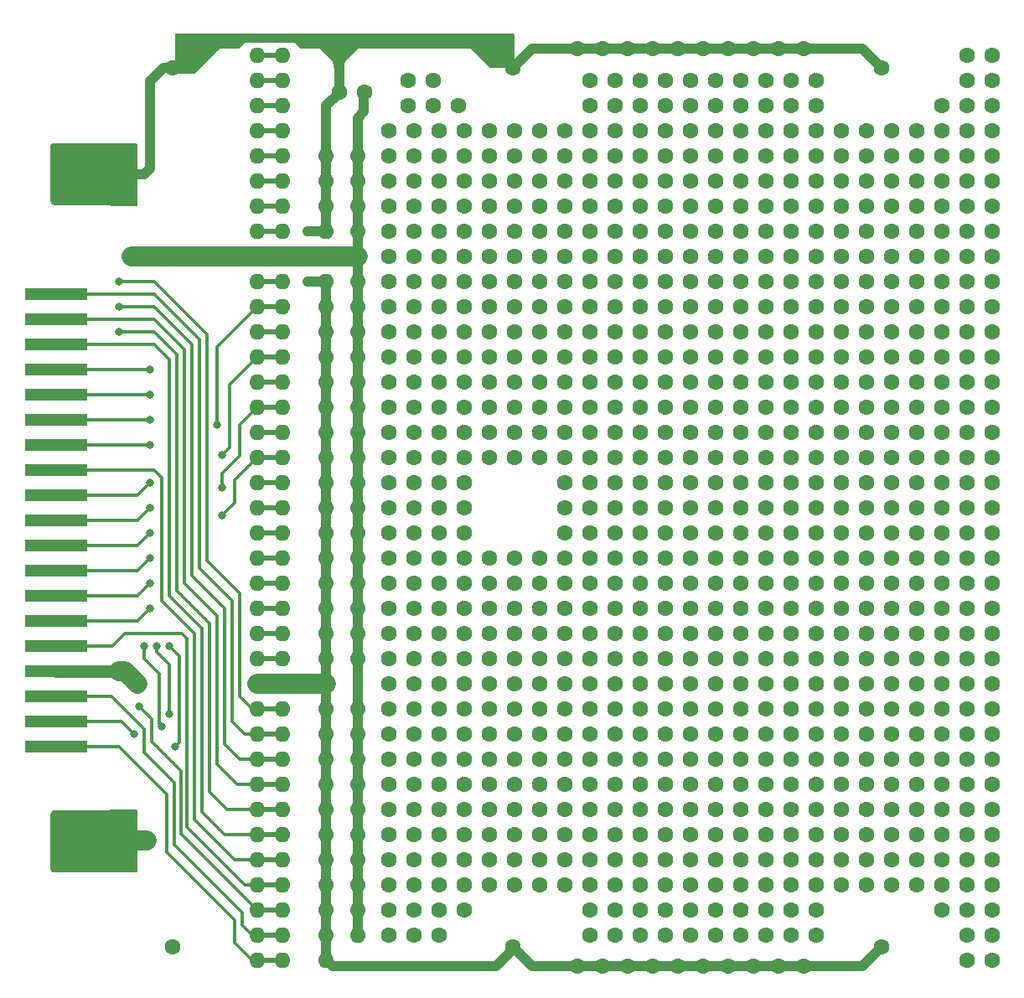
<source format=gbl>
%TF.GenerationSoftware,KiCad,Pcbnew,9.0.7*%
%TF.CreationDate,2026-01-19T16:38:05-08:00*%
%TF.ProjectId,CoCoProtoBoard,436f436f-5072-46f7-946f-426f6172642e,rev?*%
%TF.SameCoordinates,Original*%
%TF.FileFunction,Copper,L2,Bot*%
%TF.FilePolarity,Positive*%
%FSLAX46Y46*%
G04 Gerber Fmt 4.6, Leading zero omitted, Abs format (unit mm)*
G04 Created by KiCad (PCBNEW 9.0.7) date 2026-01-19 16:38:05*
%MOMM*%
%LPD*%
G01*
G04 APERTURE LIST*
%TA.AperFunction,ConnectorPad*%
%ADD10R,6.350000X1.270000*%
%TD*%
%TA.AperFunction,ComponentPad*%
%ADD11C,1.600000*%
%TD*%
%TA.AperFunction,ComponentPad*%
%ADD12O,1.600000X1.600000*%
%TD*%
%TA.AperFunction,ViaPad*%
%ADD13C,0.800000*%
%TD*%
%TA.AperFunction,ViaPad*%
%ADD14C,1.000000*%
%TD*%
%TA.AperFunction,Conductor*%
%ADD15C,0.500000*%
%TD*%
%TA.AperFunction,Conductor*%
%ADD16C,0.350000*%
%TD*%
%TA.AperFunction,Conductor*%
%ADD17C,1.000000*%
%TD*%
%TA.AperFunction,Conductor*%
%ADD18C,2.000000*%
%TD*%
%TA.AperFunction,Conductor*%
%ADD19C,1.270000*%
%TD*%
G04 APERTURE END LIST*
D10*
%TO.P,P1,4,~{NMI}*%
%TO.N,Net-(P1-~{NMI})*%
X95250000Y-82550000D03*
%TO.P,P1,6,E*%
%TO.N,Net-(P1-E)*%
X95250000Y-85090000D03*
%TO.P,P1,8,~{CART}*%
%TO.N,Net-(P1-~{CART})*%
X95250000Y-87630000D03*
%TO.P,P1,10,D0*%
%TO.N,Net-(P1-D0)*%
X95250000Y-90170000D03*
%TO.P,P1,12,D2*%
%TO.N,Net-(P1-D2)*%
X95250000Y-92710000D03*
%TO.P,P1,14,D4*%
%TO.N,Net-(P1-D4)*%
X95250000Y-95250000D03*
%TO.P,P1,16,D6*%
%TO.N,Net-(P1-D6)*%
X95250000Y-97790000D03*
%TO.P,P1,18,R/~{W}*%
%TO.N,Net-(P1-R{slash}~{W})*%
X95250000Y-100330000D03*
%TO.P,P1,20,A1*%
%TO.N,Net-(P1-A1)*%
X95250000Y-102870000D03*
%TO.P,P1,22,A3*%
%TO.N,Net-(P1-A3)*%
X95250000Y-105410000D03*
%TO.P,P1,24,A5*%
%TO.N,Net-(P1-A5)*%
X95250000Y-107950000D03*
%TO.P,P1,26,A7*%
%TO.N,Net-(P1-A7)*%
X95250000Y-110490000D03*
%TO.P,P1,28,A9*%
%TO.N,Net-(P1-A9)*%
X95250000Y-113030000D03*
%TO.P,P1,30,A11*%
%TO.N,Net-(P1-A11)*%
X95250000Y-115570000D03*
%TO.P,P1,32,~{CTS}*%
%TO.N,Net-(P1-~{CTS})*%
X95250000Y-118110000D03*
%TO.P,P1,34,GND*%
%TO.N,GND*%
X95250000Y-120650000D03*
%TO.P,P1,36,~{SCS}*%
%TO.N,Net-(P1-~{SCS})*%
X95250000Y-123190000D03*
%TO.P,P1,38,A14*%
%TO.N,Net-(P1-A14)*%
X95250000Y-125730000D03*
%TO.P,P1,40,~{SLENB}*%
%TO.N,Net-(P1-~{SLENB})*%
X95250000Y-128270000D03*
%TD*%
D11*
%TO.P,REF\u002A\u002A,1*%
%TO.N,GND*%
X178690000Y-148540000D03*
%TD*%
%TO.P,REF\u002A\u002A,1*%
%TO.N,GND*%
X178690000Y-59740000D03*
%TD*%
%TO.P,REF\u002A\u002A,1*%
%TO.N,GND*%
X141440000Y-59740000D03*
%TD*%
%TO.P,REF\u002A\u002A,1*%
%TO.N,GND*%
X141440000Y-148540000D03*
%TD*%
%TO.P,REF\u002A\u002A,1*%
%TO.N,GND*%
X107040000Y-148540000D03*
%TD*%
D12*
%TO.P,P2,1,Pin_1*%
%TO.N,Net-(P1-D0)*%
X115570000Y-58420000D03*
X118110000Y-58420000D03*
%TO.P,P2,2,Pin_2*%
%TO.N,Net-(P1-D1)*%
X115570000Y-60960000D03*
X118110000Y-60960000D03*
%TO.P,P2,3,Pin_3*%
%TO.N,Net-(P1-D2)*%
X115570000Y-63500000D03*
X118110000Y-63500000D03*
%TO.P,P2,4,Pin_4*%
%TO.N,Net-(P1-D3)*%
X115570000Y-66040000D03*
X118110000Y-66040000D03*
%TO.P,P2,5,Pin_5*%
%TO.N,Net-(P1-D4)*%
X115570000Y-68580000D03*
X118110000Y-68580000D03*
%TO.P,P2,6,Pin_6*%
%TO.N,Net-(P1-D5)*%
X115570000Y-71120000D03*
X118110000Y-71120000D03*
%TO.P,P2,7,Pin_7*%
%TO.N,Net-(P1-D6)*%
X115570000Y-73660000D03*
X118110000Y-73660000D03*
%TO.P,P2,8,Pin_8*%
%TO.N,Net-(P1-D7)*%
X115570000Y-76200000D03*
X118110000Y-76200000D03*
%TD*%
%TO.P,P4,1,Pin_1*%
%TO.N,Net-(P1-~{HALT})*%
X115570000Y-124460000D03*
X118110000Y-124460000D03*
%TO.P,P4,2,Pin_2*%
%TO.N,Net-(P1-~{NMI})*%
X115570000Y-127000000D03*
X118110000Y-127000000D03*
%TO.P,P4,3,Pin_3*%
%TO.N,Net-(P1-~{RESET})*%
X115570000Y-129540000D03*
X118110000Y-129540000D03*
%TO.P,P4,4,Pin_4*%
%TO.N,Net-(P1-E)*%
X115570000Y-132080000D03*
X118110000Y-132080000D03*
%TO.P,P4,5,Pin_5*%
%TO.N,Net-(P1-Q)*%
X115570000Y-134620000D03*
X118110000Y-134620000D03*
%TO.P,P4,6,Pin_6*%
%TO.N,Net-(P1-~{CART})*%
X115570000Y-137160000D03*
X118110000Y-137160000D03*
%TO.P,P4,7,Pin_7*%
%TO.N,Net-(P1-R{slash}~{W})*%
X115570000Y-139700000D03*
X118110000Y-139700000D03*
%TO.P,P4,8,Pin_8*%
%TO.N,Net-(P1-~{CTS})*%
X115570000Y-142240000D03*
X118110000Y-142240000D03*
%TO.P,P4,9,Pin_9*%
%TO.N,Net-(P1-SND)*%
X115570000Y-144780000D03*
X118110000Y-144780000D03*
%TO.P,P4,10,Pin_10*%
%TO.N,Net-(P1-~{SCS})*%
X115570000Y-147320000D03*
X118110000Y-147320000D03*
%TO.P,P4,11,Pin_11*%
%TO.N,Net-(P1-~{SLENB})*%
X115570000Y-149860000D03*
X118110000Y-149860000D03*
%TD*%
%TO.P,P3,1,Pin_1*%
%TO.N,Net-(P1-A0)*%
X115570000Y-81280000D03*
X118110000Y-81280000D03*
%TO.P,P3,2,Pin_2*%
%TO.N,Net-(P1-A1)*%
X115570000Y-83820000D03*
X118110000Y-83820000D03*
%TO.P,P3,3,Pin_3*%
%TO.N,Net-(P1-A2)*%
X115570000Y-86360000D03*
X118110000Y-86360000D03*
%TO.P,P3,4,Pin_4*%
%TO.N,Net-(P1-A3)*%
X115570000Y-88900000D03*
X118110000Y-88900000D03*
%TO.P,P3,5,Pin_5*%
%TO.N,Net-(P1-A4)*%
X115570000Y-91440000D03*
X118110000Y-91440000D03*
%TO.P,P3,6,Pin_6*%
%TO.N,Net-(P1-A5)*%
X115570000Y-93980000D03*
X118110000Y-93980000D03*
%TO.P,P3,7,Pin_7*%
%TO.N,Net-(P1-A6)*%
X115570000Y-96520000D03*
X118110000Y-96520000D03*
%TO.P,P3,8,Pin_8*%
%TO.N,Net-(P1-A7)*%
X115570000Y-99060000D03*
X118110000Y-99060000D03*
%TO.P,P3,9,Pin_9*%
%TO.N,Net-(P1-A8)*%
X115570000Y-101600000D03*
X118110000Y-101600000D03*
%TO.P,P3,10,Pin_10*%
%TO.N,Net-(P1-A9)*%
X115570000Y-104140000D03*
X118110000Y-104140000D03*
%TO.P,P3,11,Pin_11*%
%TO.N,Net-(P1-A10)*%
X115570000Y-106680000D03*
X118110000Y-106680000D03*
%TO.P,P3,12,Pin_12*%
%TO.N,Net-(P1-A11)*%
X115570000Y-109220000D03*
X118110000Y-109220000D03*
%TO.P,P3,13,Pin_13*%
%TO.N,Net-(P1-A12)*%
X115570000Y-111760000D03*
X118110000Y-111760000D03*
%TO.P,P3,14,Pin_14*%
%TO.N,Net-(P1-A13)*%
X115570000Y-114300000D03*
X118110000Y-114300000D03*
%TO.P,P3,15,Pin_15*%
%TO.N,Net-(P1-A14)*%
X115570000Y-116840000D03*
X118110000Y-116840000D03*
%TO.P,P3,16,Pin_16*%
%TO.N,Net-(P1-A15)*%
X115570000Y-119380000D03*
X118110000Y-119380000D03*
%TD*%
%TO.P,P10,1,Pin_1*%
%TO.N,GND*%
X122555000Y-68580000D03*
X122555000Y-71120000D03*
X122555000Y-73660000D03*
X122555000Y-76200000D03*
X122555000Y-81280000D03*
X122555000Y-83820000D03*
X122555000Y-86360000D03*
X122555000Y-88900000D03*
X122555000Y-91440000D03*
X122555000Y-93980000D03*
X122555000Y-96520000D03*
X122555000Y-99060000D03*
X122555000Y-101600000D03*
X122555000Y-104140000D03*
X122555000Y-106680000D03*
X122555000Y-109220000D03*
X122555000Y-111760000D03*
X122555000Y-114300000D03*
X122555000Y-116840000D03*
X122555000Y-119380000D03*
X122555000Y-124460000D03*
X122555000Y-127000000D03*
X122555000Y-129540000D03*
X122555000Y-132080000D03*
X122555000Y-134620000D03*
X122555000Y-137160000D03*
X122555000Y-139700000D03*
X122555000Y-142240000D03*
X122555000Y-144780000D03*
X122555000Y-147320000D03*
X122555000Y-149860000D03*
%TO.P,P10,2,Pin_2*%
%TO.N,+5V*%
X125730000Y-68580000D03*
X125730000Y-71120000D03*
X125730000Y-73660000D03*
X125730000Y-76200000D03*
X125730000Y-81280000D03*
X125730000Y-83820000D03*
X125730000Y-86360000D03*
X125730000Y-88900000D03*
X125730000Y-91440000D03*
X125730000Y-93980000D03*
X125730000Y-96520000D03*
X125730000Y-99060000D03*
X125730000Y-101600000D03*
X125730000Y-104140000D03*
X125730000Y-106680000D03*
X125730000Y-109220000D03*
X125730000Y-111760000D03*
X125730000Y-114300000D03*
X125730000Y-116840000D03*
X125730000Y-119380000D03*
X125730000Y-124460000D03*
X125730000Y-127000000D03*
X125730000Y-129540000D03*
X125730000Y-132080000D03*
X125730000Y-134620000D03*
X125730000Y-137160000D03*
X125730000Y-139700000D03*
X125730000Y-142240000D03*
X125730000Y-144780000D03*
X125730000Y-147320000D03*
%TD*%
D11*
%TO.P,REF\u002A\u002A,1*%
%TO.N,N/C*%
X128905000Y-81280000D03*
%TD*%
%TO.P,REF\u002A\u002A,1*%
%TO.N,N/C*%
X128905000Y-104140000D03*
%TD*%
%TO.P,REF\u002A\u002A,1*%
%TO.N,N/C*%
X128905000Y-101600000D03*
%TD*%
%TO.P,REF\u002A\u002A,1*%
%TO.N,N/C*%
X128905000Y-106680000D03*
%TD*%
%TO.P,REF\u002A\u002A,1*%
%TO.N,N/C*%
X128905000Y-109220000D03*
%TD*%
%TO.P,REF\u002A\u002A,1*%
%TO.N,N/C*%
X128905000Y-111760000D03*
%TD*%
%TO.P,REF\u002A\u002A,1*%
%TO.N,N/C*%
X128905000Y-68580000D03*
%TD*%
%TO.P,REF\u002A\u002A,1*%
%TO.N,N/C*%
X128905000Y-144780000D03*
%TD*%
%TO.P,REF\u002A\u002A,1*%
%TO.N,N/C*%
X128905000Y-137160000D03*
%TD*%
%TO.P,REF\u002A\u002A,1*%
%TO.N,N/C*%
X128905000Y-139700000D03*
%TD*%
%TO.P,REF\u002A\u002A,1*%
%TO.N,N/C*%
X128905000Y-147320000D03*
%TD*%
%TO.P,REF\u002A\u002A,1*%
%TO.N,N/C*%
X128905000Y-142240000D03*
%TD*%
%TO.P,REF\u002A\u002A,1*%
%TO.N,N/C*%
X128905000Y-134620000D03*
%TD*%
%TO.P,REF\u002A\u002A,1*%
%TO.N,N/C*%
X128905000Y-66040000D03*
%TD*%
%TO.P,REF\u002A\u002A,1*%
%TO.N,N/C*%
X128905000Y-86360000D03*
%TD*%
%TO.P,REF\u002A\u002A,1*%
%TO.N,N/C*%
X128905000Y-88900000D03*
%TD*%
%TO.P,REF\u002A\u002A,1*%
%TO.N,N/C*%
X128905000Y-124460000D03*
%TD*%
%TO.P,REF\u002A\u002A,1*%
%TO.N,N/C*%
X128905000Y-127000000D03*
%TD*%
%TO.P,REF\u002A\u002A,1*%
%TO.N,N/C*%
X128905000Y-129540000D03*
%TD*%
%TO.P,REF\u002A\u002A,1*%
%TO.N,N/C*%
X128905000Y-132080000D03*
%TD*%
%TO.P,REF\u002A\u002A,1*%
%TO.N,N/C*%
X128905000Y-93980000D03*
%TD*%
%TO.P,REF\u002A\u002A,1*%
%TO.N,N/C*%
X128905000Y-99060000D03*
%TD*%
%TO.P,REF\u002A\u002A,1*%
%TO.N,N/C*%
X128905000Y-96520000D03*
%TD*%
%TO.P,REF\u002A\u002A,1*%
%TO.N,N/C*%
X128905000Y-71120000D03*
%TD*%
%TO.P,REF\u002A\u002A,1*%
%TO.N,N/C*%
X128905000Y-83820000D03*
%TD*%
%TO.P,REF\u002A\u002A,1*%
%TO.N,N/C*%
X128905000Y-73660000D03*
%TD*%
%TO.P,REF\u002A\u002A,1*%
%TO.N,N/C*%
X128905000Y-91440000D03*
%TD*%
%TO.P,REF\u002A\u002A,1*%
%TO.N,N/C*%
X128905000Y-76200000D03*
%TD*%
%TO.P,REF\u002A\u002A,1*%
%TO.N,N/C*%
X128905000Y-121920000D03*
%TD*%
%TO.P,REF\u002A\u002A,1*%
%TO.N,N/C*%
X128905000Y-114300000D03*
%TD*%
%TO.P,REF\u002A\u002A,1*%
%TO.N,N/C*%
X128905000Y-116840000D03*
%TD*%
%TO.P,REF\u002A\u002A,1*%
%TO.N,N/C*%
X128905000Y-119380000D03*
%TD*%
%TO.P,REF\u002A\u002A,1*%
%TO.N,N/C*%
X131445000Y-147320000D03*
%TD*%
%TO.P,REF\u002A\u002A,1*%
%TO.N,N/C*%
X128905000Y-78740000D03*
%TD*%
%TO.P,REF\u002A\u002A,1*%
%TO.N,GND*%
X165735000Y-150495000D03*
%TD*%
%TO.P,REF\u002A\u002A,1*%
%TO.N,GND*%
X163195000Y-150495000D03*
%TD*%
%TO.P,REF\u002A\u002A,1*%
%TO.N,GND*%
X158115000Y-150495000D03*
%TD*%
%TO.P,REF\u002A\u002A,1*%
%TO.N,GND*%
X160655000Y-150495000D03*
%TD*%
%TO.P,REF\u002A\u002A,1*%
%TO.N,GND*%
X155575000Y-150495000D03*
%TD*%
%TO.P,REF\u002A\u002A,1*%
%TO.N,GND*%
X153035000Y-150495000D03*
%TD*%
%TO.P,REF\u002A\u002A,1*%
%TO.N,GND*%
X150495000Y-150495000D03*
%TD*%
%TO.P,REF\u002A\u002A,1*%
%TO.N,GND*%
X147955000Y-150495000D03*
%TD*%
%TO.P,REF\u002A\u002A,1*%
%TO.N,N/C*%
X131445000Y-144780000D03*
%TD*%
%TO.P,REF\u002A\u002A,1*%
%TO.N,N/C*%
X131445000Y-142240000D03*
%TD*%
%TO.P,REF\u002A\u002A,1*%
%TO.N,N/C*%
X131445000Y-139700000D03*
%TD*%
%TO.P,REF\u002A\u002A,1*%
%TO.N,N/C*%
X131445000Y-137160000D03*
%TD*%
%TO.P,REF\u002A\u002A,1*%
%TO.N,N/C*%
X131445000Y-134620000D03*
%TD*%
%TO.P,REF\u002A\u002A,1*%
%TO.N,N/C*%
X133985000Y-144780000D03*
%TD*%
%TO.P,REF\u002A\u002A,1*%
%TO.N,N/C*%
X133985000Y-142240000D03*
%TD*%
%TO.P,REF\u002A\u002A,1*%
%TO.N,N/C*%
X133985000Y-139700000D03*
%TD*%
%TO.P,REF\u002A\u002A,1*%
%TO.N,N/C*%
X133985000Y-134620000D03*
%TD*%
%TO.P,REF\u002A\u002A,1*%
%TO.N,N/C*%
X133985000Y-137160000D03*
%TD*%
%TO.P,REF\u002A\u002A,1*%
%TO.N,N/C*%
X133985000Y-147320000D03*
%TD*%
%TO.P,REF\u002A\u002A,1*%
%TO.N,N/C*%
X136525000Y-144780000D03*
%TD*%
%TO.P,REF\u002A\u002A,1*%
%TO.N,N/C*%
X136525000Y-142240000D03*
%TD*%
%TO.P,REF\u002A\u002A,1*%
%TO.N,N/C*%
X136525000Y-139700000D03*
%TD*%
%TO.P,REF\u002A\u002A,1*%
%TO.N,N/C*%
X136525000Y-134620000D03*
%TD*%
%TO.P,REF\u002A\u002A,1*%
%TO.N,N/C*%
X136525000Y-137160000D03*
%TD*%
%TO.P,REF\u002A\u002A,1*%
%TO.N,N/C*%
X139065000Y-142240000D03*
%TD*%
%TO.P,REF\u002A\u002A,1*%
%TO.N,N/C*%
X139065000Y-139700000D03*
%TD*%
%TO.P,REF\u002A\u002A,1*%
%TO.N,N/C*%
X139065000Y-137160000D03*
%TD*%
%TO.P,REF\u002A\u002A,1*%
%TO.N,N/C*%
X139065000Y-134620000D03*
%TD*%
%TO.P,REF\u002A\u002A,1*%
%TO.N,N/C*%
X141605000Y-139700000D03*
%TD*%
%TO.P,REF\u002A\u002A,1*%
%TO.N,N/C*%
X141605000Y-142240000D03*
%TD*%
%TO.P,REF\u002A\u002A,1*%
%TO.N,N/C*%
X141605000Y-134620000D03*
%TD*%
%TO.P,REF\u002A\u002A,1*%
%TO.N,N/C*%
X141605000Y-137160000D03*
%TD*%
%TO.P,REF\u002A\u002A,1*%
%TO.N,N/C*%
X144145000Y-134620000D03*
%TD*%
%TO.P,REF\u002A\u002A,1*%
%TO.N,N/C*%
X144145000Y-139700000D03*
%TD*%
%TO.P,REF\u002A\u002A,1*%
%TO.N,N/C*%
X144145000Y-137160000D03*
%TD*%
%TO.P,REF\u002A\u002A,1*%
%TO.N,N/C*%
X144145000Y-142240000D03*
%TD*%
%TO.P,REF\u002A\u002A,1*%
%TO.N,N/C*%
X146685000Y-142240000D03*
%TD*%
%TO.P,REF\u002A\u002A,1*%
%TO.N,N/C*%
X146685000Y-139700000D03*
%TD*%
%TO.P,REF\u002A\u002A,1*%
%TO.N,N/C*%
X146685000Y-137160000D03*
%TD*%
%TO.P,REF\u002A\u002A,1*%
%TO.N,N/C*%
X146685000Y-134620000D03*
%TD*%
%TO.P,REF\u002A\u002A,1*%
%TO.N,N/C*%
X149225000Y-144780000D03*
%TD*%
%TO.P,REF\u002A\u002A,1*%
%TO.N,N/C*%
X149225000Y-142240000D03*
%TD*%
%TO.P,REF\u002A\u002A,1*%
%TO.N,N/C*%
X149225000Y-139700000D03*
%TD*%
%TO.P,REF\u002A\u002A,1*%
%TO.N,N/C*%
X149225000Y-134620000D03*
%TD*%
%TO.P,REF\u002A\u002A,1*%
%TO.N,N/C*%
X149225000Y-137160000D03*
%TD*%
%TO.P,REF\u002A\u002A,1*%
%TO.N,N/C*%
X149225000Y-147320000D03*
%TD*%
%TO.P,REF\u002A\u002A,1*%
%TO.N,N/C*%
X151765000Y-147320000D03*
%TD*%
%TO.P,REF\u002A\u002A,1*%
%TO.N,N/C*%
X151765000Y-134620000D03*
%TD*%
%TO.P,REF\u002A\u002A,1*%
%TO.N,N/C*%
X151765000Y-139700000D03*
%TD*%
%TO.P,REF\u002A\u002A,1*%
%TO.N,N/C*%
X151765000Y-144780000D03*
%TD*%
%TO.P,REF\u002A\u002A,1*%
%TO.N,N/C*%
X151765000Y-142240000D03*
%TD*%
%TO.P,REF\u002A\u002A,1*%
%TO.N,N/C*%
X151765000Y-137160000D03*
%TD*%
%TO.P,REF\u002A\u002A,1*%
%TO.N,N/C*%
X154305000Y-139700000D03*
%TD*%
%TO.P,REF\u002A\u002A,1*%
%TO.N,N/C*%
X154305000Y-142240000D03*
%TD*%
%TO.P,REF\u002A\u002A,1*%
%TO.N,N/C*%
X154305000Y-144780000D03*
%TD*%
%TO.P,REF\u002A\u002A,1*%
%TO.N,N/C*%
X154305000Y-137160000D03*
%TD*%
%TO.P,REF\u002A\u002A,1*%
%TO.N,N/C*%
X154305000Y-147320000D03*
%TD*%
%TO.P,REF\u002A\u002A,1*%
%TO.N,N/C*%
X154305000Y-134620000D03*
%TD*%
%TO.P,REF\u002A\u002A,1*%
%TO.N,N/C*%
X156845000Y-142240000D03*
%TD*%
%TO.P,REF\u002A\u002A,1*%
%TO.N,N/C*%
X156845000Y-144780000D03*
%TD*%
%TO.P,REF\u002A\u002A,1*%
%TO.N,N/C*%
X156845000Y-147320000D03*
%TD*%
%TO.P,REF\u002A\u002A,1*%
%TO.N,N/C*%
X156845000Y-134620000D03*
%TD*%
%TO.P,REF\u002A\u002A,1*%
%TO.N,N/C*%
X156845000Y-137160000D03*
%TD*%
%TO.P,REF\u002A\u002A,1*%
%TO.N,N/C*%
X156845000Y-139700000D03*
%TD*%
%TO.P,REF\u002A\u002A,1*%
%TO.N,N/C*%
X159385000Y-142240000D03*
%TD*%
%TO.P,REF\u002A\u002A,1*%
%TO.N,N/C*%
X159385000Y-144780000D03*
%TD*%
%TO.P,REF\u002A\u002A,1*%
%TO.N,N/C*%
X159385000Y-147320000D03*
%TD*%
%TO.P,REF\u002A\u002A,1*%
%TO.N,N/C*%
X159385000Y-137160000D03*
%TD*%
%TO.P,REF\u002A\u002A,1*%
%TO.N,N/C*%
X159385000Y-134620000D03*
%TD*%
%TO.P,REF\u002A\u002A,1*%
%TO.N,N/C*%
X159385000Y-139700000D03*
%TD*%
%TO.P,REF\u002A\u002A,1*%
%TO.N,N/C*%
X161925000Y-142240000D03*
%TD*%
%TO.P,REF\u002A\u002A,1*%
%TO.N,N/C*%
X161925000Y-144780000D03*
%TD*%
%TO.P,REF\u002A\u002A,1*%
%TO.N,N/C*%
X161925000Y-147320000D03*
%TD*%
%TO.P,REF\u002A\u002A,1*%
%TO.N,N/C*%
X161925000Y-137160000D03*
%TD*%
%TO.P,REF\u002A\u002A,1*%
%TO.N,N/C*%
X161925000Y-134620000D03*
%TD*%
%TO.P,REF\u002A\u002A,1*%
%TO.N,N/C*%
X161925000Y-139700000D03*
%TD*%
%TO.P,REF\u002A\u002A,1*%
%TO.N,N/C*%
X164465000Y-137160000D03*
%TD*%
%TO.P,REF\u002A\u002A,1*%
%TO.N,N/C*%
X164465000Y-147320000D03*
%TD*%
%TO.P,REF\u002A\u002A,1*%
%TO.N,N/C*%
X164465000Y-139700000D03*
%TD*%
%TO.P,REF\u002A\u002A,1*%
%TO.N,N/C*%
X164465000Y-134620000D03*
%TD*%
%TO.P,REF\u002A\u002A,1*%
%TO.N,N/C*%
X164465000Y-144780000D03*
%TD*%
%TO.P,REF\u002A\u002A,1*%
%TO.N,N/C*%
X164465000Y-142240000D03*
%TD*%
%TO.P,REF\u002A\u002A,1*%
%TO.N,N/C*%
X167005000Y-142240000D03*
%TD*%
%TO.P,REF\u002A\u002A,1*%
%TO.N,N/C*%
X167005000Y-137160000D03*
%TD*%
%TO.P,REF\u002A\u002A,1*%
%TO.N,N/C*%
X167005000Y-144780000D03*
%TD*%
%TO.P,REF\u002A\u002A,1*%
%TO.N,N/C*%
X167005000Y-134620000D03*
%TD*%
%TO.P,REF\u002A\u002A,1*%
%TO.N,N/C*%
X167005000Y-147320000D03*
%TD*%
%TO.P,REF\u002A\u002A,1*%
%TO.N,N/C*%
X167005000Y-139700000D03*
%TD*%
%TO.P,REF\u002A\u002A,1*%
%TO.N,N/C*%
X169545000Y-142240000D03*
%TD*%
%TO.P,REF\u002A\u002A,1*%
%TO.N,N/C*%
X169545000Y-147320000D03*
%TD*%
%TO.P,REF\u002A\u002A,1*%
%TO.N,N/C*%
X169545000Y-144780000D03*
%TD*%
%TO.P,REF\u002A\u002A,1*%
%TO.N,N/C*%
X169545000Y-137160000D03*
%TD*%
%TO.P,REF\u002A\u002A,1*%
%TO.N,N/C*%
X169545000Y-139700000D03*
%TD*%
%TO.P,REF\u002A\u002A,1*%
%TO.N,N/C*%
X169545000Y-134620000D03*
%TD*%
%TO.P,REF\u002A\u002A,1*%
%TO.N,N/C*%
X172085000Y-134620000D03*
%TD*%
%TO.P,REF\u002A\u002A,1*%
%TO.N,N/C*%
X172085000Y-137160000D03*
%TD*%
%TO.P,REF\u002A\u002A,1*%
%TO.N,N/C*%
X172085000Y-142240000D03*
%TD*%
%TO.P,REF\u002A\u002A,1*%
%TO.N,N/C*%
X172085000Y-147320000D03*
%TD*%
%TO.P,REF\u002A\u002A,1*%
%TO.N,N/C*%
X172085000Y-139700000D03*
%TD*%
%TO.P,REF\u002A\u002A,1*%
%TO.N,N/C*%
X172085000Y-144780000D03*
%TD*%
%TO.P,REF\u002A\u002A,1*%
%TO.N,N/C*%
X179705000Y-142240000D03*
%TD*%
%TO.P,REF\u002A\u002A,1*%
%TO.N,N/C*%
X184785000Y-134620000D03*
%TD*%
%TO.P,REF\u002A\u002A,1*%
%TO.N,N/C*%
X174625000Y-137160000D03*
%TD*%
%TO.P,REF\u002A\u002A,1*%
%TO.N,N/C*%
X182245000Y-134620000D03*
%TD*%
%TO.P,REF\u002A\u002A,1*%
%TO.N,N/C*%
X184785000Y-142240000D03*
%TD*%
%TO.P,REF\u002A\u002A,1*%
%TO.N,N/C*%
X177165000Y-142240000D03*
%TD*%
%TO.P,REF\u002A\u002A,1*%
%TO.N,N/C*%
X174625000Y-139700000D03*
%TD*%
%TO.P,REF\u002A\u002A,1*%
%TO.N,N/C*%
X182245000Y-137160000D03*
%TD*%
%TO.P,REF\u002A\u002A,1*%
%TO.N,N/C*%
X174625000Y-134620000D03*
%TD*%
%TO.P,REF\u002A\u002A,1*%
%TO.N,N/C*%
X177165000Y-137160000D03*
%TD*%
%TO.P,REF\u002A\u002A,1*%
%TO.N,N/C*%
X179705000Y-137160000D03*
%TD*%
%TO.P,REF\u002A\u002A,1*%
%TO.N,N/C*%
X182245000Y-142240000D03*
%TD*%
%TO.P,REF\u002A\u002A,1*%
%TO.N,N/C*%
X184785000Y-137160000D03*
%TD*%
%TO.P,REF\u002A\u002A,1*%
%TO.N,N/C*%
X184785000Y-139700000D03*
%TD*%
%TO.P,REF\u002A\u002A,1*%
%TO.N,N/C*%
X179705000Y-139700000D03*
%TD*%
%TO.P,REF\u002A\u002A,1*%
%TO.N,N/C*%
X182245000Y-139700000D03*
%TD*%
%TO.P,REF\u002A\u002A,1*%
%TO.N,N/C*%
X177165000Y-134620000D03*
%TD*%
%TO.P,REF\u002A\u002A,1*%
%TO.N,N/C*%
X174625000Y-142240000D03*
%TD*%
%TO.P,REF\u002A\u002A,1*%
%TO.N,N/C*%
X177165000Y-139700000D03*
%TD*%
%TO.P,REF\u002A\u002A,1*%
%TO.N,N/C*%
X179705000Y-134620000D03*
%TD*%
%TO.P,REF\u002A\u002A,1*%
%TO.N,N/C*%
X187325000Y-139700000D03*
%TD*%
%TO.P,REF\u002A\u002A,1*%
%TO.N,N/C*%
X187325000Y-144780000D03*
%TD*%
%TO.P,REF\u002A\u002A,1*%
%TO.N,N/C*%
X189865000Y-134620000D03*
%TD*%
%TO.P,REF\u002A\u002A,1*%
%TO.N,N/C*%
X187325000Y-142240000D03*
%TD*%
%TO.P,REF\u002A\u002A,1*%
%TO.N,N/C*%
X187325000Y-134620000D03*
%TD*%
%TO.P,REF\u002A\u002A,1*%
%TO.N,N/C*%
X189865000Y-139700000D03*
%TD*%
%TO.P,REF\u002A\u002A,1*%
%TO.N,N/C*%
X189865000Y-144780000D03*
%TD*%
%TO.P,REF\u002A\u002A,1*%
%TO.N,N/C*%
X187325000Y-137160000D03*
%TD*%
%TO.P,REF\u002A\u002A,1*%
%TO.N,N/C*%
X189865000Y-137160000D03*
%TD*%
%TO.P,REF\u002A\u002A,1*%
%TO.N,N/C*%
X189865000Y-142240000D03*
%TD*%
%TO.P,REF\u002A\u002A,1*%
%TO.N,N/C*%
X189865000Y-147320000D03*
%TD*%
%TO.P,REF\u002A\u002A,1*%
%TO.N,N/C*%
X187325000Y-147320000D03*
%TD*%
%TO.P,REF\u002A\u002A,1*%
%TO.N,N/C*%
X184785000Y-144780000D03*
%TD*%
%TO.P,REF\u002A\u002A,1*%
%TO.N,N/C*%
X131445000Y-132080000D03*
%TD*%
%TO.P,REF\u002A\u002A,1*%
%TO.N,N/C*%
X189865000Y-132080000D03*
%TD*%
%TO.P,REF\u002A\u002A,1*%
%TO.N,N/C*%
X187325000Y-132080000D03*
%TD*%
%TO.P,REF\u002A\u002A,1*%
%TO.N,N/C*%
X146685000Y-132080000D03*
%TD*%
%TO.P,REF\u002A\u002A,1*%
%TO.N,N/C*%
X144145000Y-132080000D03*
%TD*%
%TO.P,REF\u002A\u002A,1*%
%TO.N,N/C*%
X141605000Y-132080000D03*
%TD*%
%TO.P,REF\u002A\u002A,1*%
%TO.N,N/C*%
X149225000Y-132080000D03*
%TD*%
%TO.P,REF\u002A\u002A,1*%
%TO.N,N/C*%
X136525000Y-132080000D03*
%TD*%
%TO.P,REF\u002A\u002A,1*%
%TO.N,N/C*%
X139065000Y-132080000D03*
%TD*%
%TO.P,REF\u002A\u002A,1*%
%TO.N,N/C*%
X154305000Y-132080000D03*
%TD*%
%TO.P,REF\u002A\u002A,1*%
%TO.N,N/C*%
X156845000Y-132080000D03*
%TD*%
%TO.P,REF\u002A\u002A,1*%
%TO.N,N/C*%
X159385000Y-132080000D03*
%TD*%
%TO.P,REF\u002A\u002A,1*%
%TO.N,N/C*%
X151765000Y-132080000D03*
%TD*%
%TO.P,REF\u002A\u002A,1*%
%TO.N,N/C*%
X172085000Y-132080000D03*
%TD*%
%TO.P,REF\u002A\u002A,1*%
%TO.N,N/C*%
X169545000Y-132080000D03*
%TD*%
%TO.P,REF\u002A\u002A,1*%
%TO.N,N/C*%
X161925000Y-132080000D03*
%TD*%
%TO.P,REF\u002A\u002A,1*%
%TO.N,N/C*%
X184785000Y-132080000D03*
%TD*%
%TO.P,REF\u002A\u002A,1*%
%TO.N,N/C*%
X164465000Y-132080000D03*
%TD*%
%TO.P,REF\u002A\u002A,1*%
%TO.N,N/C*%
X167005000Y-132080000D03*
%TD*%
%TO.P,REF\u002A\u002A,1*%
%TO.N,N/C*%
X182245000Y-132080000D03*
%TD*%
%TO.P,REF\u002A\u002A,1*%
%TO.N,N/C*%
X177165000Y-132080000D03*
%TD*%
%TO.P,REF\u002A\u002A,1*%
%TO.N,N/C*%
X174625000Y-132080000D03*
%TD*%
%TO.P,REF\u002A\u002A,1*%
%TO.N,N/C*%
X179705000Y-132080000D03*
%TD*%
%TO.P,REF\u002A\u002A,1*%
%TO.N,N/C*%
X133985000Y-132080000D03*
%TD*%
%TO.P,REF\u002A\u002A,1*%
%TO.N,N/C*%
X156845000Y-129540000D03*
%TD*%
%TO.P,REF\u002A\u002A,1*%
%TO.N,N/C*%
X151765000Y-129540000D03*
%TD*%
%TO.P,REF\u002A\u002A,1*%
%TO.N,N/C*%
X184785000Y-129540000D03*
%TD*%
%TO.P,REF\u002A\u002A,1*%
%TO.N,N/C*%
X182245000Y-129540000D03*
%TD*%
%TO.P,REF\u002A\u002A,1*%
%TO.N,N/C*%
X136525000Y-129540000D03*
%TD*%
%TO.P,REF\u002A\u002A,1*%
%TO.N,N/C*%
X161925000Y-129540000D03*
%TD*%
%TO.P,REF\u002A\u002A,1*%
%TO.N,N/C*%
X187325000Y-129540000D03*
%TD*%
%TO.P,REF\u002A\u002A,1*%
%TO.N,N/C*%
X146685000Y-129540000D03*
%TD*%
%TO.P,REF\u002A\u002A,1*%
%TO.N,N/C*%
X149225000Y-129540000D03*
%TD*%
%TO.P,REF\u002A\u002A,1*%
%TO.N,N/C*%
X172085000Y-129540000D03*
%TD*%
%TO.P,REF\u002A\u002A,1*%
%TO.N,N/C*%
X164465000Y-129540000D03*
%TD*%
%TO.P,REF\u002A\u002A,1*%
%TO.N,N/C*%
X141605000Y-129540000D03*
%TD*%
%TO.P,REF\u002A\u002A,1*%
%TO.N,N/C*%
X131445000Y-129540000D03*
%TD*%
%TO.P,REF\u002A\u002A,1*%
%TO.N,N/C*%
X189865000Y-129540000D03*
%TD*%
%TO.P,REF\u002A\u002A,1*%
%TO.N,N/C*%
X144145000Y-129540000D03*
%TD*%
%TO.P,REF\u002A\u002A,1*%
%TO.N,N/C*%
X139065000Y-129540000D03*
%TD*%
%TO.P,REF\u002A\u002A,1*%
%TO.N,N/C*%
X154305000Y-129540000D03*
%TD*%
%TO.P,REF\u002A\u002A,1*%
%TO.N,N/C*%
X159385000Y-129540000D03*
%TD*%
%TO.P,REF\u002A\u002A,1*%
%TO.N,N/C*%
X169545000Y-129540000D03*
%TD*%
%TO.P,REF\u002A\u002A,1*%
%TO.N,N/C*%
X167005000Y-129540000D03*
%TD*%
%TO.P,REF\u002A\u002A,1*%
%TO.N,N/C*%
X177165000Y-129540000D03*
%TD*%
%TO.P,REF\u002A\u002A,1*%
%TO.N,N/C*%
X174625000Y-129540000D03*
%TD*%
%TO.P,REF\u002A\u002A,1*%
%TO.N,N/C*%
X179705000Y-129540000D03*
%TD*%
%TO.P,REF\u002A\u002A,1*%
%TO.N,N/C*%
X133985000Y-129540000D03*
%TD*%
%TO.P,REF\u002A\u002A,1*%
%TO.N,N/C*%
X139065000Y-127000000D03*
%TD*%
%TO.P,REF\u002A\u002A,1*%
%TO.N,N/C*%
X151765000Y-127000000D03*
%TD*%
%TO.P,REF\u002A\u002A,1*%
%TO.N,N/C*%
X136525000Y-127000000D03*
%TD*%
%TO.P,REF\u002A\u002A,1*%
%TO.N,N/C*%
X149225000Y-127000000D03*
%TD*%
%TO.P,REF\u002A\u002A,1*%
%TO.N,N/C*%
X169545000Y-127000000D03*
%TD*%
%TO.P,REF\u002A\u002A,1*%
%TO.N,N/C*%
X184785000Y-127000000D03*
%TD*%
%TO.P,REF\u002A\u002A,1*%
%TO.N,N/C*%
X187325000Y-127000000D03*
%TD*%
%TO.P,REF\u002A\u002A,1*%
%TO.N,N/C*%
X131445000Y-127000000D03*
%TD*%
%TO.P,REF\u002A\u002A,1*%
%TO.N,N/C*%
X154305000Y-127000000D03*
%TD*%
%TO.P,REF\u002A\u002A,1*%
%TO.N,N/C*%
X167005000Y-127000000D03*
%TD*%
%TO.P,REF\u002A\u002A,1*%
%TO.N,N/C*%
X179705000Y-127000000D03*
%TD*%
%TO.P,REF\u002A\u002A,1*%
%TO.N,N/C*%
X133985000Y-127000000D03*
%TD*%
%TO.P,REF\u002A\u002A,1*%
%TO.N,N/C*%
X159385000Y-127000000D03*
%TD*%
%TO.P,REF\u002A\u002A,1*%
%TO.N,N/C*%
X146685000Y-127000000D03*
%TD*%
%TO.P,REF\u002A\u002A,1*%
%TO.N,N/C*%
X189865000Y-127000000D03*
%TD*%
%TO.P,REF\u002A\u002A,1*%
%TO.N,N/C*%
X141605000Y-127000000D03*
%TD*%
%TO.P,REF\u002A\u002A,1*%
%TO.N,N/C*%
X156845000Y-127000000D03*
%TD*%
%TO.P,REF\u002A\u002A,1*%
%TO.N,N/C*%
X182245000Y-127000000D03*
%TD*%
%TO.P,REF\u002A\u002A,1*%
%TO.N,N/C*%
X174625000Y-127000000D03*
%TD*%
%TO.P,REF\u002A\u002A,1*%
%TO.N,N/C*%
X161925000Y-127000000D03*
%TD*%
%TO.P,REF\u002A\u002A,1*%
%TO.N,N/C*%
X144145000Y-127000000D03*
%TD*%
%TO.P,REF\u002A\u002A,1*%
%TO.N,N/C*%
X172085000Y-127000000D03*
%TD*%
%TO.P,REF\u002A\u002A,1*%
%TO.N,N/C*%
X164465000Y-127000000D03*
%TD*%
%TO.P,REF\u002A\u002A,1*%
%TO.N,N/C*%
X177165000Y-127000000D03*
%TD*%
%TO.P,REF\u002A\u002A,1*%
%TO.N,N/C*%
X151765000Y-124460000D03*
%TD*%
%TO.P,REF\u002A\u002A,1*%
%TO.N,N/C*%
X187325000Y-124460000D03*
%TD*%
%TO.P,REF\u002A\u002A,1*%
%TO.N,N/C*%
X139065000Y-124460000D03*
%TD*%
%TO.P,REF\u002A\u002A,1*%
%TO.N,N/C*%
X136525000Y-124460000D03*
%TD*%
%TO.P,REF\u002A\u002A,1*%
%TO.N,N/C*%
X169545000Y-124460000D03*
%TD*%
%TO.P,REF\u002A\u002A,1*%
%TO.N,N/C*%
X149225000Y-124460000D03*
%TD*%
%TO.P,REF\u002A\u002A,1*%
%TO.N,N/C*%
X154305000Y-124460000D03*
%TD*%
%TO.P,REF\u002A\u002A,1*%
%TO.N,N/C*%
X172085000Y-124460000D03*
%TD*%
%TO.P,REF\u002A\u002A,1*%
%TO.N,N/C*%
X184785000Y-124460000D03*
%TD*%
%TO.P,REF\u002A\u002A,1*%
%TO.N,N/C*%
X167005000Y-124460000D03*
%TD*%
%TO.P,REF\u002A\u002A,1*%
%TO.N,N/C*%
X133985000Y-124460000D03*
%TD*%
%TO.P,REF\u002A\u002A,1*%
%TO.N,N/C*%
X146685000Y-124460000D03*
%TD*%
%TO.P,REF\u002A\u002A,1*%
%TO.N,N/C*%
X161925000Y-124460000D03*
%TD*%
%TO.P,REF\u002A\u002A,1*%
%TO.N,N/C*%
X164465000Y-124460000D03*
%TD*%
%TO.P,REF\u002A\u002A,1*%
%TO.N,N/C*%
X159385000Y-124460000D03*
%TD*%
%TO.P,REF\u002A\u002A,1*%
%TO.N,N/C*%
X189865000Y-124460000D03*
%TD*%
%TO.P,REF\u002A\u002A,1*%
%TO.N,N/C*%
X174625000Y-124460000D03*
%TD*%
%TO.P,REF\u002A\u002A,1*%
%TO.N,N/C*%
X177165000Y-124460000D03*
%TD*%
%TO.P,REF\u002A\u002A,1*%
%TO.N,N/C*%
X141605000Y-124460000D03*
%TD*%
%TO.P,REF\u002A\u002A,1*%
%TO.N,N/C*%
X156845000Y-124460000D03*
%TD*%
%TO.P,REF\u002A\u002A,1*%
%TO.N,N/C*%
X182245000Y-124460000D03*
%TD*%
%TO.P,REF\u002A\u002A,1*%
%TO.N,N/C*%
X131445000Y-124460000D03*
%TD*%
%TO.P,REF\u002A\u002A,1*%
%TO.N,N/C*%
X144145000Y-124460000D03*
%TD*%
%TO.P,REF\u002A\u002A,1*%
%TO.N,N/C*%
X179705000Y-124460000D03*
%TD*%
%TO.P,REF\u002A\u002A,1*%
%TO.N,N/C*%
X187325000Y-121920000D03*
%TD*%
%TO.P,REF\u002A\u002A,1*%
%TO.N,N/C*%
X184785000Y-121920000D03*
%TD*%
%TO.P,REF\u002A\u002A,1*%
%TO.N,N/C*%
X172085000Y-121920000D03*
%TD*%
%TO.P,REF\u002A\u002A,1*%
%TO.N,N/C*%
X167005000Y-121920000D03*
%TD*%
%TO.P,REF\u002A\u002A,1*%
%TO.N,N/C*%
X133985000Y-121920000D03*
%TD*%
%TO.P,REF\u002A\u002A,1*%
%TO.N,N/C*%
X136525000Y-121920000D03*
%TD*%
%TO.P,REF\u002A\u002A,1*%
%TO.N,N/C*%
X139065000Y-121920000D03*
%TD*%
%TO.P,REF\u002A\u002A,1*%
%TO.N,N/C*%
X169545000Y-121920000D03*
%TD*%
%TO.P,REF\u002A\u002A,1*%
%TO.N,N/C*%
X149225000Y-121920000D03*
%TD*%
%TO.P,REF\u002A\u002A,1*%
%TO.N,N/C*%
X151765000Y-121920000D03*
%TD*%
%TO.P,REF\u002A\u002A,1*%
%TO.N,N/C*%
X154305000Y-121920000D03*
%TD*%
%TO.P,REF\u002A\u002A,1*%
%TO.N,N/C*%
X141605000Y-121920000D03*
%TD*%
%TO.P,REF\u002A\u002A,1*%
%TO.N,N/C*%
X174625000Y-121920000D03*
%TD*%
%TO.P,REF\u002A\u002A,1*%
%TO.N,N/C*%
X179705000Y-121920000D03*
%TD*%
%TO.P,REF\u002A\u002A,1*%
%TO.N,N/C*%
X189865000Y-121920000D03*
%TD*%
%TO.P,REF\u002A\u002A,1*%
%TO.N,N/C*%
X131445000Y-121920000D03*
%TD*%
%TO.P,REF\u002A\u002A,1*%
%TO.N,N/C*%
X159385000Y-121920000D03*
%TD*%
%TO.P,REF\u002A\u002A,1*%
%TO.N,N/C*%
X182245000Y-121920000D03*
%TD*%
%TO.P,REF\u002A\u002A,1*%
%TO.N,N/C*%
X161925000Y-121920000D03*
%TD*%
%TO.P,REF\u002A\u002A,1*%
%TO.N,N/C*%
X146685000Y-121920000D03*
%TD*%
%TO.P,REF\u002A\u002A,1*%
%TO.N,N/C*%
X156845000Y-121920000D03*
%TD*%
%TO.P,REF\u002A\u002A,1*%
%TO.N,N/C*%
X144145000Y-121920000D03*
%TD*%
%TO.P,REF\u002A\u002A,1*%
%TO.N,N/C*%
X177165000Y-121920000D03*
%TD*%
%TO.P,REF\u002A\u002A,1*%
%TO.N,N/C*%
X164465000Y-121920000D03*
%TD*%
%TO.P,REF\u002A\u002A,1*%
%TO.N,N/C*%
X172085000Y-119380000D03*
%TD*%
%TO.P,REF\u002A\u002A,1*%
%TO.N,N/C*%
X167005000Y-119380000D03*
%TD*%
%TO.P,REF\u002A\u002A,1*%
%TO.N,N/C*%
X139065000Y-119380000D03*
%TD*%
%TO.P,REF\u002A\u002A,1*%
%TO.N,N/C*%
X151765000Y-119380000D03*
%TD*%
%TO.P,REF\u002A\u002A,1*%
%TO.N,N/C*%
X179705000Y-119380000D03*
%TD*%
%TO.P,REF\u002A\u002A,1*%
%TO.N,N/C*%
X184785000Y-119380000D03*
%TD*%
%TO.P,REF\u002A\u002A,1*%
%TO.N,N/C*%
X133985000Y-119380000D03*
%TD*%
%TO.P,REF\u002A\u002A,1*%
%TO.N,N/C*%
X169545000Y-119380000D03*
%TD*%
%TO.P,REF\u002A\u002A,1*%
%TO.N,N/C*%
X141605000Y-119380000D03*
%TD*%
%TO.P,REF\u002A\u002A,1*%
%TO.N,N/C*%
X174625000Y-119380000D03*
%TD*%
%TO.P,REF\u002A\u002A,1*%
%TO.N,N/C*%
X131445000Y-119380000D03*
%TD*%
%TO.P,REF\u002A\u002A,1*%
%TO.N,N/C*%
X161925000Y-119380000D03*
%TD*%
%TO.P,REF\u002A\u002A,1*%
%TO.N,N/C*%
X146685000Y-119380000D03*
%TD*%
%TO.P,REF\u002A\u002A,1*%
%TO.N,N/C*%
X144145000Y-119380000D03*
%TD*%
%TO.P,REF\u002A\u002A,1*%
%TO.N,N/C*%
X156845000Y-119380000D03*
%TD*%
%TO.P,REF\u002A\u002A,1*%
%TO.N,N/C*%
X136525000Y-119380000D03*
%TD*%
%TO.P,REF\u002A\u002A,1*%
%TO.N,N/C*%
X177165000Y-119380000D03*
%TD*%
%TO.P,REF\u002A\u002A,1*%
%TO.N,N/C*%
X189865000Y-119380000D03*
%TD*%
%TO.P,REF\u002A\u002A,1*%
%TO.N,N/C*%
X187325000Y-119380000D03*
%TD*%
%TO.P,REF\u002A\u002A,1*%
%TO.N,N/C*%
X154305000Y-119380000D03*
%TD*%
%TO.P,REF\u002A\u002A,1*%
%TO.N,N/C*%
X159385000Y-119380000D03*
%TD*%
%TO.P,REF\u002A\u002A,1*%
%TO.N,N/C*%
X182245000Y-119380000D03*
%TD*%
%TO.P,REF\u002A\u002A,1*%
%TO.N,N/C*%
X164465000Y-119380000D03*
%TD*%
%TO.P,REF\u002A\u002A,1*%
%TO.N,N/C*%
X149225000Y-119380000D03*
%TD*%
%TO.P,REF\u002A\u002A,1*%
%TO.N,N/C*%
X172085000Y-116840000D03*
%TD*%
%TO.P,REF\u002A\u002A,1*%
%TO.N,N/C*%
X133985000Y-116840000D03*
%TD*%
%TO.P,REF\u002A\u002A,1*%
%TO.N,N/C*%
X156845000Y-116840000D03*
%TD*%
%TO.P,REF\u002A\u002A,1*%
%TO.N,N/C*%
X161925000Y-116840000D03*
%TD*%
%TO.P,REF\u002A\u002A,1*%
%TO.N,N/C*%
X154305000Y-116840000D03*
%TD*%
%TO.P,REF\u002A\u002A,1*%
%TO.N,N/C*%
X139065000Y-116840000D03*
%TD*%
%TO.P,REF\u002A\u002A,1*%
%TO.N,N/C*%
X151765000Y-116840000D03*
%TD*%
%TO.P,REF\u002A\u002A,1*%
%TO.N,N/C*%
X136525000Y-116840000D03*
%TD*%
%TO.P,REF\u002A\u002A,1*%
%TO.N,N/C*%
X159385000Y-116840000D03*
%TD*%
%TO.P,REF\u002A\u002A,1*%
%TO.N,N/C*%
X189865000Y-116840000D03*
%TD*%
%TO.P,REF\u002A\u002A,1*%
%TO.N,N/C*%
X167005000Y-116840000D03*
%TD*%
%TO.P,REF\u002A\u002A,1*%
%TO.N,N/C*%
X184785000Y-116840000D03*
%TD*%
%TO.P,REF\u002A\u002A,1*%
%TO.N,N/C*%
X174625000Y-116840000D03*
%TD*%
%TO.P,REF\u002A\u002A,1*%
%TO.N,N/C*%
X182245000Y-116840000D03*
%TD*%
%TO.P,REF\u002A\u002A,1*%
%TO.N,N/C*%
X144145000Y-116840000D03*
%TD*%
%TO.P,REF\u002A\u002A,1*%
%TO.N,N/C*%
X169545000Y-116840000D03*
%TD*%
%TO.P,REF\u002A\u002A,1*%
%TO.N,N/C*%
X177165000Y-116840000D03*
%TD*%
%TO.P,REF\u002A\u002A,1*%
%TO.N,N/C*%
X187325000Y-116840000D03*
%TD*%
%TO.P,REF\u002A\u002A,1*%
%TO.N,N/C*%
X164465000Y-116840000D03*
%TD*%
%TO.P,REF\u002A\u002A,1*%
%TO.N,N/C*%
X131445000Y-116840000D03*
%TD*%
%TO.P,REF\u002A\u002A,1*%
%TO.N,N/C*%
X146685000Y-116840000D03*
%TD*%
%TO.P,REF\u002A\u002A,1*%
%TO.N,N/C*%
X141605000Y-116840000D03*
%TD*%
%TO.P,REF\u002A\u002A,1*%
%TO.N,N/C*%
X149225000Y-116840000D03*
%TD*%
%TO.P,REF\u002A\u002A,1*%
%TO.N,N/C*%
X179705000Y-116840000D03*
%TD*%
%TO.P,REF\u002A\u002A,1*%
%TO.N,N/C*%
X172085000Y-114300000D03*
%TD*%
%TO.P,REF\u002A\u002A,1*%
%TO.N,N/C*%
X133985000Y-114300000D03*
%TD*%
%TO.P,REF\u002A\u002A,1*%
%TO.N,N/C*%
X156845000Y-114300000D03*
%TD*%
%TO.P,REF\u002A\u002A,1*%
%TO.N,N/C*%
X154305000Y-114300000D03*
%TD*%
%TO.P,REF\u002A\u002A,1*%
%TO.N,N/C*%
X174625000Y-114300000D03*
%TD*%
%TO.P,REF\u002A\u002A,1*%
%TO.N,N/C*%
X131445000Y-114300000D03*
%TD*%
%TO.P,REF\u002A\u002A,1*%
%TO.N,N/C*%
X167005000Y-114300000D03*
%TD*%
%TO.P,REF\u002A\u002A,1*%
%TO.N,N/C*%
X146685000Y-114300000D03*
%TD*%
%TO.P,REF\u002A\u002A,1*%
%TO.N,N/C*%
X141605000Y-114300000D03*
%TD*%
%TO.P,REF\u002A\u002A,1*%
%TO.N,N/C*%
X149225000Y-114300000D03*
%TD*%
%TO.P,REF\u002A\u002A,1*%
%TO.N,N/C*%
X179705000Y-114300000D03*
%TD*%
%TO.P,REF\u002A\u002A,1*%
%TO.N,N/C*%
X164465000Y-114300000D03*
%TD*%
%TO.P,REF\u002A\u002A,1*%
%TO.N,N/C*%
X187325000Y-114300000D03*
%TD*%
%TO.P,REF\u002A\u002A,1*%
%TO.N,N/C*%
X184785000Y-114300000D03*
%TD*%
%TO.P,REF\u002A\u002A,1*%
%TO.N,N/C*%
X189865000Y-114300000D03*
%TD*%
%TO.P,REF\u002A\u002A,1*%
%TO.N,N/C*%
X182245000Y-114300000D03*
%TD*%
%TO.P,REF\u002A\u002A,1*%
%TO.N,N/C*%
X144145000Y-114300000D03*
%TD*%
%TO.P,REF\u002A\u002A,1*%
%TO.N,N/C*%
X161925000Y-114300000D03*
%TD*%
%TO.P,REF\u002A\u002A,1*%
%TO.N,N/C*%
X177165000Y-114300000D03*
%TD*%
%TO.P,REF\u002A\u002A,1*%
%TO.N,N/C*%
X159385000Y-114300000D03*
%TD*%
%TO.P,REF\u002A\u002A,1*%
%TO.N,N/C*%
X139065000Y-114300000D03*
%TD*%
%TO.P,REF\u002A\u002A,1*%
%TO.N,N/C*%
X136525000Y-114300000D03*
%TD*%
%TO.P,REF\u002A\u002A,1*%
%TO.N,N/C*%
X151765000Y-114300000D03*
%TD*%
%TO.P,REF\u002A\u002A,1*%
%TO.N,N/C*%
X169545000Y-114300000D03*
%TD*%
%TO.P,REF\u002A\u002A,1*%
%TO.N,N/C*%
X174625000Y-111760000D03*
%TD*%
%TO.P,REF\u002A\u002A,1*%
%TO.N,N/C*%
X182245000Y-111760000D03*
%TD*%
%TO.P,REF\u002A\u002A,1*%
%TO.N,N/C*%
X159385000Y-111760000D03*
%TD*%
%TO.P,REF\u002A\u002A,1*%
%TO.N,N/C*%
X179705000Y-111760000D03*
%TD*%
%TO.P,REF\u002A\u002A,1*%
%TO.N,N/C*%
X156845000Y-111760000D03*
%TD*%
%TO.P,REF\u002A\u002A,1*%
%TO.N,N/C*%
X164465000Y-111760000D03*
%TD*%
%TO.P,REF\u002A\u002A,1*%
%TO.N,N/C*%
X131445000Y-111760000D03*
%TD*%
%TO.P,REF\u002A\u002A,1*%
%TO.N,N/C*%
X154305000Y-111760000D03*
%TD*%
%TO.P,REF\u002A\u002A,1*%
%TO.N,N/C*%
X141605000Y-111760000D03*
%TD*%
%TO.P,REF\u002A\u002A,1*%
%TO.N,N/C*%
X177165000Y-111760000D03*
%TD*%
%TO.P,REF\u002A\u002A,1*%
%TO.N,N/C*%
X144145000Y-111760000D03*
%TD*%
%TO.P,REF\u002A\u002A,1*%
%TO.N,N/C*%
X136525000Y-111760000D03*
%TD*%
%TO.P,REF\u002A\u002A,1*%
%TO.N,N/C*%
X133985000Y-111760000D03*
%TD*%
%TO.P,REF\u002A\u002A,1*%
%TO.N,N/C*%
X184785000Y-111760000D03*
%TD*%
%TO.P,REF\u002A\u002A,1*%
%TO.N,N/C*%
X149225000Y-111760000D03*
%TD*%
%TO.P,REF\u002A\u002A,1*%
%TO.N,N/C*%
X189865000Y-111760000D03*
%TD*%
%TO.P,REF\u002A\u002A,1*%
%TO.N,N/C*%
X151765000Y-111760000D03*
%TD*%
%TO.P,REF\u002A\u002A,1*%
%TO.N,N/C*%
X187325000Y-111760000D03*
%TD*%
%TO.P,REF\u002A\u002A,1*%
%TO.N,N/C*%
X167005000Y-111760000D03*
%TD*%
%TO.P,REF\u002A\u002A,1*%
%TO.N,N/C*%
X146685000Y-111760000D03*
%TD*%
%TO.P,REF\u002A\u002A,1*%
%TO.N,N/C*%
X161925000Y-111760000D03*
%TD*%
%TO.P,REF\u002A\u002A,1*%
%TO.N,N/C*%
X139065000Y-111760000D03*
%TD*%
%TO.P,REF\u002A\u002A,1*%
%TO.N,N/C*%
X169545000Y-111760000D03*
%TD*%
%TO.P,REF\u002A\u002A,1*%
%TO.N,N/C*%
X172085000Y-111760000D03*
%TD*%
%TO.P,REF\u002A\u002A,1*%
%TO.N,N/C*%
X154305000Y-109220000D03*
%TD*%
%TO.P,REF\u002A\u002A,1*%
%TO.N,N/C*%
X133985000Y-109220000D03*
%TD*%
%TO.P,REF\u002A\u002A,1*%
%TO.N,N/C*%
X149225000Y-109220000D03*
%TD*%
%TO.P,REF\u002A\u002A,1*%
%TO.N,N/C*%
X151765000Y-109220000D03*
%TD*%
%TO.P,REF\u002A\u002A,1*%
%TO.N,N/C*%
X146685000Y-109220000D03*
%TD*%
%TO.P,REF\u002A\u002A,1*%
%TO.N,N/C*%
X159385000Y-109220000D03*
%TD*%
%TO.P,REF\u002A\u002A,1*%
%TO.N,N/C*%
X179705000Y-109220000D03*
%TD*%
%TO.P,REF\u002A\u002A,1*%
%TO.N,N/C*%
X141605000Y-109220000D03*
%TD*%
%TO.P,REF\u002A\u002A,1*%
%TO.N,N/C*%
X144145000Y-109220000D03*
%TD*%
%TO.P,REF\u002A\u002A,1*%
%TO.N,N/C*%
X174625000Y-109220000D03*
%TD*%
%TO.P,REF\u002A\u002A,1*%
%TO.N,N/C*%
X182245000Y-109220000D03*
%TD*%
%TO.P,REF\u002A\u002A,1*%
%TO.N,N/C*%
X164465000Y-109220000D03*
%TD*%
%TO.P,REF\u002A\u002A,1*%
%TO.N,N/C*%
X131445000Y-109220000D03*
%TD*%
%TO.P,REF\u002A\u002A,1*%
%TO.N,N/C*%
X156845000Y-109220000D03*
%TD*%
%TO.P,REF\u002A\u002A,1*%
%TO.N,N/C*%
X177165000Y-109220000D03*
%TD*%
%TO.P,REF\u002A\u002A,1*%
%TO.N,N/C*%
X136525000Y-109220000D03*
%TD*%
%TO.P,REF\u002A\u002A,1*%
%TO.N,N/C*%
X184785000Y-109220000D03*
%TD*%
%TO.P,REF\u002A\u002A,1*%
%TO.N,N/C*%
X189865000Y-109220000D03*
%TD*%
%TO.P,REF\u002A\u002A,1*%
%TO.N,N/C*%
X187325000Y-109220000D03*
%TD*%
%TO.P,REF\u002A\u002A,1*%
%TO.N,N/C*%
X167005000Y-109220000D03*
%TD*%
%TO.P,REF\u002A\u002A,1*%
%TO.N,N/C*%
X169545000Y-109220000D03*
%TD*%
%TO.P,REF\u002A\u002A,1*%
%TO.N,N/C*%
X139065000Y-109220000D03*
%TD*%
%TO.P,REF\u002A\u002A,1*%
%TO.N,N/C*%
X161925000Y-109220000D03*
%TD*%
%TO.P,REF\u002A\u002A,1*%
%TO.N,N/C*%
X172085000Y-109220000D03*
%TD*%
%TO.P,REF\u002A\u002A,1*%
%TO.N,N/C*%
X133985000Y-104140000D03*
%TD*%
%TO.P,REF\u002A\u002A,1*%
%TO.N,N/C*%
X131445000Y-106680000D03*
%TD*%
%TO.P,REF\u002A\u002A,1*%
%TO.N,N/C*%
X136525000Y-106680000D03*
%TD*%
%TO.P,REF\u002A\u002A,1*%
%TO.N,N/C*%
X131445000Y-104140000D03*
%TD*%
%TO.P,REF\u002A\u002A,1*%
%TO.N,N/C*%
X133985000Y-106680000D03*
%TD*%
%TO.P,REF\u002A\u002A,1*%
%TO.N,N/C*%
X136525000Y-104140000D03*
%TD*%
%TO.P,REF\u002A\u002A,1*%
%TO.N,N/C*%
X133985000Y-101600000D03*
%TD*%
%TO.P,REF\u002A\u002A,1*%
%TO.N,N/C*%
X131445000Y-101600000D03*
%TD*%
%TO.P,REF\u002A\u002A,1*%
%TO.N,N/C*%
X136525000Y-101600000D03*
%TD*%
%TO.P,REF\u002A\u002A,1*%
%TO.N,N/C*%
X174625000Y-106680000D03*
%TD*%
%TO.P,REF\u002A\u002A,1*%
%TO.N,N/C*%
X154305000Y-104140000D03*
%TD*%
%TO.P,REF\u002A\u002A,1*%
%TO.N,N/C*%
X182245000Y-106680000D03*
%TD*%
%TO.P,REF\u002A\u002A,1*%
%TO.N,N/C*%
X149225000Y-104140000D03*
%TD*%
%TO.P,REF\u002A\u002A,1*%
%TO.N,N/C*%
X151765000Y-104140000D03*
%TD*%
%TO.P,REF\u002A\u002A,1*%
%TO.N,N/C*%
X159385000Y-106680000D03*
%TD*%
%TO.P,REF\u002A\u002A,1*%
%TO.N,N/C*%
X146685000Y-104140000D03*
%TD*%
%TO.P,REF\u002A\u002A,1*%
%TO.N,N/C*%
X179705000Y-106680000D03*
%TD*%
%TO.P,REF\u002A\u002A,1*%
%TO.N,N/C*%
X159385000Y-104140000D03*
%TD*%
%TO.P,REF\u002A\u002A,1*%
%TO.N,N/C*%
X179705000Y-104140000D03*
%TD*%
%TO.P,REF\u002A\u002A,1*%
%TO.N,N/C*%
X156845000Y-106680000D03*
%TD*%
%TO.P,REF\u002A\u002A,1*%
%TO.N,N/C*%
X164465000Y-106680000D03*
%TD*%
%TO.P,REF\u002A\u002A,1*%
%TO.N,N/C*%
X154305000Y-106680000D03*
%TD*%
%TO.P,REF\u002A\u002A,1*%
%TO.N,N/C*%
X177165000Y-106680000D03*
%TD*%
%TO.P,REF\u002A\u002A,1*%
%TO.N,N/C*%
X174625000Y-104140000D03*
%TD*%
%TO.P,REF\u002A\u002A,1*%
%TO.N,N/C*%
X182245000Y-104140000D03*
%TD*%
%TO.P,REF\u002A\u002A,1*%
%TO.N,N/C*%
X164465000Y-104140000D03*
%TD*%
%TO.P,REF\u002A\u002A,1*%
%TO.N,N/C*%
X184785000Y-106680000D03*
%TD*%
%TO.P,REF\u002A\u002A,1*%
%TO.N,N/C*%
X149225000Y-106680000D03*
%TD*%
%TO.P,REF\u002A\u002A,1*%
%TO.N,N/C*%
X189865000Y-106680000D03*
%TD*%
%TO.P,REF\u002A\u002A,1*%
%TO.N,N/C*%
X151765000Y-106680000D03*
%TD*%
%TO.P,REF\u002A\u002A,1*%
%TO.N,N/C*%
X156845000Y-104140000D03*
%TD*%
%TO.P,REF\u002A\u002A,1*%
%TO.N,N/C*%
X187325000Y-106680000D03*
%TD*%
%TO.P,REF\u002A\u002A,1*%
%TO.N,N/C*%
X167005000Y-106680000D03*
%TD*%
%TO.P,REF\u002A\u002A,1*%
%TO.N,N/C*%
X146685000Y-106680000D03*
%TD*%
%TO.P,REF\u002A\u002A,1*%
%TO.N,N/C*%
X161925000Y-106680000D03*
%TD*%
%TO.P,REF\u002A\u002A,1*%
%TO.N,N/C*%
X169545000Y-106680000D03*
%TD*%
%TO.P,REF\u002A\u002A,1*%
%TO.N,N/C*%
X177165000Y-104140000D03*
%TD*%
%TO.P,REF\u002A\u002A,1*%
%TO.N,N/C*%
X184785000Y-104140000D03*
%TD*%
%TO.P,REF\u002A\u002A,1*%
%TO.N,N/C*%
X189865000Y-104140000D03*
%TD*%
%TO.P,REF\u002A\u002A,1*%
%TO.N,N/C*%
X187325000Y-104140000D03*
%TD*%
%TO.P,REF\u002A\u002A,1*%
%TO.N,N/C*%
X167005000Y-104140000D03*
%TD*%
%TO.P,REF\u002A\u002A,1*%
%TO.N,N/C*%
X169545000Y-104140000D03*
%TD*%
%TO.P,REF\u002A\u002A,1*%
%TO.N,N/C*%
X161925000Y-104140000D03*
%TD*%
%TO.P,REF\u002A\u002A,1*%
%TO.N,N/C*%
X172085000Y-104140000D03*
%TD*%
%TO.P,REF\u002A\u002A,1*%
%TO.N,N/C*%
X172085000Y-106680000D03*
%TD*%
%TO.P,REF\u002A\u002A,1*%
%TO.N,N/C*%
X149225000Y-101600000D03*
%TD*%
%TO.P,REF\u002A\u002A,1*%
%TO.N,N/C*%
X151765000Y-101600000D03*
%TD*%
%TO.P,REF\u002A\u002A,1*%
%TO.N,N/C*%
X146685000Y-101600000D03*
%TD*%
%TO.P,REF\u002A\u002A,1*%
%TO.N,N/C*%
X159385000Y-101600000D03*
%TD*%
%TO.P,REF\u002A\u002A,1*%
%TO.N,N/C*%
X174625000Y-101600000D03*
%TD*%
%TO.P,REF\u002A\u002A,1*%
%TO.N,N/C*%
X182245000Y-101600000D03*
%TD*%
%TO.P,REF\u002A\u002A,1*%
%TO.N,N/C*%
X154305000Y-101600000D03*
%TD*%
%TO.P,REF\u002A\u002A,1*%
%TO.N,N/C*%
X179705000Y-101600000D03*
%TD*%
%TO.P,REF\u002A\u002A,1*%
%TO.N,N/C*%
X164465000Y-101600000D03*
%TD*%
%TO.P,REF\u002A\u002A,1*%
%TO.N,N/C*%
X156845000Y-101600000D03*
%TD*%
%TO.P,REF\u002A\u002A,1*%
%TO.N,N/C*%
X177165000Y-101600000D03*
%TD*%
%TO.P,REF\u002A\u002A,1*%
%TO.N,N/C*%
X189865000Y-101600000D03*
%TD*%
%TO.P,REF\u002A\u002A,1*%
%TO.N,N/C*%
X169545000Y-101600000D03*
%TD*%
%TO.P,REF\u002A\u002A,1*%
%TO.N,N/C*%
X161925000Y-101600000D03*
%TD*%
%TO.P,REF\u002A\u002A,1*%
%TO.N,N/C*%
X187325000Y-101600000D03*
%TD*%
%TO.P,REF\u002A\u002A,1*%
%TO.N,N/C*%
X167005000Y-101600000D03*
%TD*%
%TO.P,REF\u002A\u002A,1*%
%TO.N,N/C*%
X184785000Y-101600000D03*
%TD*%
%TO.P,REF\u002A\u002A,1*%
%TO.N,N/C*%
X172085000Y-101600000D03*
%TD*%
%TO.P,REF\u002A\u002A,1*%
%TO.N,N/C*%
X187325000Y-83820000D03*
%TD*%
%TO.P,REF\u002A\u002A,1*%
%TO.N,N/C*%
X184785000Y-83820000D03*
%TD*%
%TO.P,REF\u002A\u002A,1*%
%TO.N,N/C*%
X172085000Y-83820000D03*
%TD*%
%TO.P,REF\u002A\u002A,1*%
%TO.N,N/C*%
X167005000Y-83820000D03*
%TD*%
%TO.P,REF\u002A\u002A,1*%
%TO.N,N/C*%
X133985000Y-83820000D03*
%TD*%
%TO.P,REF\u002A\u002A,1*%
%TO.N,N/C*%
X136525000Y-83820000D03*
%TD*%
%TO.P,REF\u002A\u002A,1*%
%TO.N,N/C*%
X139065000Y-83820000D03*
%TD*%
%TO.P,REF\u002A\u002A,1*%
%TO.N,N/C*%
X169545000Y-83820000D03*
%TD*%
%TO.P,REF\u002A\u002A,1*%
%TO.N,N/C*%
X149225000Y-83820000D03*
%TD*%
%TO.P,REF\u002A\u002A,1*%
%TO.N,N/C*%
X151765000Y-83820000D03*
%TD*%
%TO.P,REF\u002A\u002A,1*%
%TO.N,N/C*%
X154305000Y-83820000D03*
%TD*%
%TO.P,REF\u002A\u002A,1*%
%TO.N,N/C*%
X131445000Y-99060000D03*
%TD*%
%TO.P,REF\u002A\u002A,1*%
%TO.N,N/C*%
X131445000Y-93980000D03*
%TD*%
%TO.P,REF\u002A\u002A,1*%
%TO.N,N/C*%
X131445000Y-96520000D03*
%TD*%
%TO.P,REF\u002A\u002A,1*%
%TO.N,N/C*%
X189865000Y-99060000D03*
%TD*%
%TO.P,REF\u002A\u002A,1*%
%TO.N,N/C*%
X189865000Y-96520000D03*
%TD*%
%TO.P,REF\u002A\u002A,1*%
%TO.N,N/C*%
X187325000Y-99060000D03*
%TD*%
%TO.P,REF\u002A\u002A,1*%
%TO.N,N/C*%
X156845000Y-91440000D03*
%TD*%
%TO.P,REF\u002A\u002A,1*%
%TO.N,N/C*%
X151765000Y-91440000D03*
%TD*%
%TO.P,REF\u002A\u002A,1*%
%TO.N,N/C*%
X184785000Y-91440000D03*
%TD*%
%TO.P,REF\u002A\u002A,1*%
%TO.N,N/C*%
X182245000Y-91440000D03*
%TD*%
%TO.P,REF\u002A\u002A,1*%
%TO.N,N/C*%
X187325000Y-96520000D03*
%TD*%
%TO.P,REF\u002A\u002A,1*%
%TO.N,N/C*%
X136525000Y-91440000D03*
%TD*%
%TO.P,REF\u002A\u002A,1*%
%TO.N,N/C*%
X161925000Y-91440000D03*
%TD*%
%TO.P,REF\u002A\u002A,1*%
%TO.N,N/C*%
X187325000Y-91440000D03*
%TD*%
%TO.P,REF\u002A\u002A,1*%
%TO.N,N/C*%
X146685000Y-91440000D03*
%TD*%
%TO.P,REF\u002A\u002A,1*%
%TO.N,N/C*%
X149225000Y-91440000D03*
%TD*%
%TO.P,REF\u002A\u002A,1*%
%TO.N,N/C*%
X172085000Y-91440000D03*
%TD*%
%TO.P,REF\u002A\u002A,1*%
%TO.N,N/C*%
X164465000Y-91440000D03*
%TD*%
%TO.P,REF\u002A\u002A,1*%
%TO.N,N/C*%
X141605000Y-91440000D03*
%TD*%
%TO.P,REF\u002A\u002A,1*%
%TO.N,N/C*%
X131445000Y-91440000D03*
%TD*%
%TO.P,REF\u002A\u002A,1*%
%TO.N,N/C*%
X189865000Y-91440000D03*
%TD*%
%TO.P,REF\u002A\u002A,1*%
%TO.N,N/C*%
X144145000Y-91440000D03*
%TD*%
%TO.P,REF\u002A\u002A,1*%
%TO.N,N/C*%
X189865000Y-93980000D03*
%TD*%
%TO.P,REF\u002A\u002A,1*%
%TO.N,N/C*%
X187325000Y-93980000D03*
%TD*%
%TO.P,REF\u002A\u002A,1*%
%TO.N,N/C*%
X139065000Y-91440000D03*
%TD*%
%TO.P,REF\u002A\u002A,1*%
%TO.N,N/C*%
X154305000Y-91440000D03*
%TD*%
%TO.P,REF\u002A\u002A,1*%
%TO.N,N/C*%
X159385000Y-91440000D03*
%TD*%
%TO.P,REF\u002A\u002A,1*%
%TO.N,N/C*%
X169545000Y-91440000D03*
%TD*%
%TO.P,REF\u002A\u002A,1*%
%TO.N,N/C*%
X167005000Y-91440000D03*
%TD*%
%TO.P,REF\u002A\u002A,1*%
%TO.N,N/C*%
X177165000Y-91440000D03*
%TD*%
%TO.P,REF\u002A\u002A,1*%
%TO.N,N/C*%
X174625000Y-91440000D03*
%TD*%
%TO.P,REF\u002A\u002A,1*%
%TO.N,N/C*%
X179705000Y-91440000D03*
%TD*%
%TO.P,REF\u002A\u002A,1*%
%TO.N,N/C*%
X133985000Y-91440000D03*
%TD*%
%TO.P,REF\u002A\u002A,1*%
%TO.N,N/C*%
X174625000Y-73660000D03*
%TD*%
%TO.P,REF\u002A\u002A,1*%
%TO.N,N/C*%
X154305000Y-71120000D03*
%TD*%
%TO.P,REF\u002A\u002A,1*%
%TO.N,N/C*%
X182245000Y-73660000D03*
%TD*%
%TO.P,REF\u002A\u002A,1*%
%TO.N,N/C*%
X133985000Y-71120000D03*
%TD*%
%TO.P,REF\u002A\u002A,1*%
%TO.N,N/C*%
X149225000Y-71120000D03*
%TD*%
%TO.P,REF\u002A\u002A,1*%
%TO.N,N/C*%
X151765000Y-71120000D03*
%TD*%
%TO.P,REF\u002A\u002A,1*%
%TO.N,N/C*%
X159385000Y-73660000D03*
%TD*%
%TO.P,REF\u002A\u002A,1*%
%TO.N,N/C*%
X146685000Y-71120000D03*
%TD*%
%TO.P,REF\u002A\u002A,1*%
%TO.N,N/C*%
X179705000Y-73660000D03*
%TD*%
%TO.P,REF\u002A\u002A,1*%
%TO.N,N/C*%
X159385000Y-71120000D03*
%TD*%
%TO.P,REF\u002A\u002A,1*%
%TO.N,N/C*%
X179705000Y-71120000D03*
%TD*%
%TO.P,REF\u002A\u002A,1*%
%TO.N,N/C*%
X141605000Y-71120000D03*
%TD*%
%TO.P,REF\u002A\u002A,1*%
%TO.N,N/C*%
X144145000Y-71120000D03*
%TD*%
%TO.P,REF\u002A\u002A,1*%
%TO.N,N/C*%
X156845000Y-73660000D03*
%TD*%
%TO.P,REF\u002A\u002A,1*%
%TO.N,N/C*%
X164465000Y-73660000D03*
%TD*%
%TO.P,REF\u002A\u002A,1*%
%TO.N,N/C*%
X131445000Y-73660000D03*
%TD*%
%TO.P,REF\u002A\u002A,1*%
%TO.N,N/C*%
X154305000Y-73660000D03*
%TD*%
%TO.P,REF\u002A\u002A,1*%
%TO.N,N/C*%
X141605000Y-73660000D03*
%TD*%
%TO.P,REF\u002A\u002A,1*%
%TO.N,N/C*%
X177165000Y-73660000D03*
%TD*%
%TO.P,REF\u002A\u002A,1*%
%TO.N,N/C*%
X174625000Y-71120000D03*
%TD*%
%TO.P,REF\u002A\u002A,1*%
%TO.N,N/C*%
X144145000Y-73660000D03*
%TD*%
%TO.P,REF\u002A\u002A,1*%
%TO.N,N/C*%
X136525000Y-73660000D03*
%TD*%
%TO.P,REF\u002A\u002A,1*%
%TO.N,N/C*%
X182245000Y-71120000D03*
%TD*%
%TO.P,REF\u002A\u002A,1*%
%TO.N,N/C*%
X164465000Y-71120000D03*
%TD*%
%TO.P,REF\u002A\u002A,1*%
%TO.N,N/C*%
X131445000Y-71120000D03*
%TD*%
%TO.P,REF\u002A\u002A,1*%
%TO.N,N/C*%
X133985000Y-73660000D03*
%TD*%
%TO.P,REF\u002A\u002A,1*%
%TO.N,N/C*%
X184785000Y-73660000D03*
%TD*%
%TO.P,REF\u002A\u002A,1*%
%TO.N,N/C*%
X149225000Y-73660000D03*
%TD*%
%TO.P,REF\u002A\u002A,1*%
%TO.N,N/C*%
X189865000Y-73660000D03*
%TD*%
%TO.P,REF\u002A\u002A,1*%
%TO.N,N/C*%
X151765000Y-73660000D03*
%TD*%
%TO.P,REF\u002A\u002A,1*%
%TO.N,N/C*%
X156845000Y-71120000D03*
%TD*%
%TO.P,REF\u002A\u002A,1*%
%TO.N,N/C*%
X187325000Y-73660000D03*
%TD*%
%TO.P,REF\u002A\u002A,1*%
%TO.N,N/C*%
X167005000Y-73660000D03*
%TD*%
%TO.P,REF\u002A\u002A,1*%
%TO.N,N/C*%
X146685000Y-73660000D03*
%TD*%
%TO.P,REF\u002A\u002A,1*%
%TO.N,N/C*%
X161925000Y-73660000D03*
%TD*%
%TO.P,REF\u002A\u002A,1*%
%TO.N,N/C*%
X139065000Y-73660000D03*
%TD*%
%TO.P,REF\u002A\u002A,1*%
%TO.N,N/C*%
X169545000Y-73660000D03*
%TD*%
%TO.P,REF\u002A\u002A,1*%
%TO.N,N/C*%
X177165000Y-71120000D03*
%TD*%
%TO.P,REF\u002A\u002A,1*%
%TO.N,N/C*%
X136525000Y-71120000D03*
%TD*%
%TO.P,REF\u002A\u002A,1*%
%TO.N,N/C*%
X184785000Y-71120000D03*
%TD*%
%TO.P,REF\u002A\u002A,1*%
%TO.N,N/C*%
X189865000Y-71120000D03*
%TD*%
%TO.P,REF\u002A\u002A,1*%
%TO.N,N/C*%
X187325000Y-71120000D03*
%TD*%
%TO.P,REF\u002A\u002A,1*%
%TO.N,N/C*%
X167005000Y-71120000D03*
%TD*%
%TO.P,REF\u002A\u002A,1*%
%TO.N,N/C*%
X169545000Y-71120000D03*
%TD*%
%TO.P,REF\u002A\u002A,1*%
%TO.N,N/C*%
X139065000Y-71120000D03*
%TD*%
%TO.P,REF\u002A\u002A,1*%
%TO.N,N/C*%
X161925000Y-71120000D03*
%TD*%
%TO.P,REF\u002A\u002A,1*%
%TO.N,N/C*%
X172085000Y-71120000D03*
%TD*%
%TO.P,REF\u002A\u002A,1*%
%TO.N,N/C*%
X141605000Y-83820000D03*
%TD*%
%TO.P,REF\u002A\u002A,1*%
%TO.N,N/C*%
X174625000Y-83820000D03*
%TD*%
%TO.P,REF\u002A\u002A,1*%
%TO.N,N/C*%
X179705000Y-83820000D03*
%TD*%
%TO.P,REF\u002A\u002A,1*%
%TO.N,N/C*%
X172085000Y-78740000D03*
%TD*%
%TO.P,REF\u002A\u002A,1*%
%TO.N,N/C*%
X189865000Y-83820000D03*
%TD*%
%TO.P,REF\u002A\u002A,1*%
%TO.N,N/C*%
X131445000Y-83820000D03*
%TD*%
%TO.P,REF\u002A\u002A,1*%
%TO.N,N/C*%
X159385000Y-83820000D03*
%TD*%
%TO.P,REF\u002A\u002A,1*%
%TO.N,N/C*%
X182245000Y-83820000D03*
%TD*%
%TO.P,REF\u002A\u002A,1*%
%TO.N,N/C*%
X172085000Y-81280000D03*
%TD*%
%TO.P,REF\u002A\u002A,1*%
%TO.N,N/C*%
X167005000Y-81280000D03*
%TD*%
%TO.P,REF\u002A\u002A,1*%
%TO.N,N/C*%
X139065000Y-81280000D03*
%TD*%
%TO.P,REF\u002A\u002A,1*%
%TO.N,N/C*%
X151765000Y-81280000D03*
%TD*%
%TO.P,REF\u002A\u002A,1*%
%TO.N,N/C*%
X179705000Y-81280000D03*
%TD*%
%TO.P,REF\u002A\u002A,1*%
%TO.N,N/C*%
X161925000Y-83820000D03*
%TD*%
%TO.P,REF\u002A\u002A,1*%
%TO.N,N/C*%
X146685000Y-83820000D03*
%TD*%
%TO.P,REF\u002A\u002A,1*%
%TO.N,N/C*%
X184785000Y-81280000D03*
%TD*%
%TO.P,REF\u002A\u002A,1*%
%TO.N,N/C*%
X133985000Y-81280000D03*
%TD*%
%TO.P,REF\u002A\u002A,1*%
%TO.N,N/C*%
X169545000Y-81280000D03*
%TD*%
%TO.P,REF\u002A\u002A,1*%
%TO.N,N/C*%
X141605000Y-81280000D03*
%TD*%
%TO.P,REF\u002A\u002A,1*%
%TO.N,N/C*%
X174625000Y-81280000D03*
%TD*%
%TO.P,REF\u002A\u002A,1*%
%TO.N,N/C*%
X131445000Y-81280000D03*
%TD*%
%TO.P,REF\u002A\u002A,1*%
%TO.N,N/C*%
X161925000Y-81280000D03*
%TD*%
%TO.P,REF\u002A\u002A,1*%
%TO.N,N/C*%
X146685000Y-81280000D03*
%TD*%
%TO.P,REF\u002A\u002A,1*%
%TO.N,N/C*%
X144145000Y-81280000D03*
%TD*%
%TO.P,REF\u002A\u002A,1*%
%TO.N,N/C*%
X156845000Y-81280000D03*
%TD*%
%TO.P,REF\u002A\u002A,1*%
%TO.N,N/C*%
X136525000Y-81280000D03*
%TD*%
%TO.P,REF\u002A\u002A,1*%
%TO.N,N/C*%
X177165000Y-81280000D03*
%TD*%
%TO.P,REF\u002A\u002A,1*%
%TO.N,N/C*%
X189865000Y-81280000D03*
%TD*%
%TO.P,REF\u002A\u002A,1*%
%TO.N,N/C*%
X156845000Y-83820000D03*
%TD*%
%TO.P,REF\u002A\u002A,1*%
%TO.N,N/C*%
X144145000Y-83820000D03*
%TD*%
%TO.P,REF\u002A\u002A,1*%
%TO.N,N/C*%
X187325000Y-81280000D03*
%TD*%
%TO.P,REF\u002A\u002A,1*%
%TO.N,N/C*%
X177165000Y-83820000D03*
%TD*%
%TO.P,REF\u002A\u002A,1*%
%TO.N,N/C*%
X164465000Y-83820000D03*
%TD*%
%TO.P,REF\u002A\u002A,1*%
%TO.N,N/C*%
X154305000Y-81280000D03*
%TD*%
%TO.P,REF\u002A\u002A,1*%
%TO.N,N/C*%
X159385000Y-81280000D03*
%TD*%
%TO.P,REF\u002A\u002A,1*%
%TO.N,N/C*%
X182245000Y-81280000D03*
%TD*%
%TO.P,REF\u002A\u002A,1*%
%TO.N,N/C*%
X164465000Y-81280000D03*
%TD*%
%TO.P,REF\u002A\u002A,1*%
%TO.N,N/C*%
X133985000Y-78740000D03*
%TD*%
%TO.P,REF\u002A\u002A,1*%
%TO.N,N/C*%
X149225000Y-81280000D03*
%TD*%
%TO.P,REF\u002A\u002A,1*%
%TO.N,N/C*%
X156845000Y-78740000D03*
%TD*%
%TO.P,REF\u002A\u002A,1*%
%TO.N,N/C*%
X161925000Y-78740000D03*
%TD*%
%TO.P,REF\u002A\u002A,1*%
%TO.N,N/C*%
X154305000Y-78740000D03*
%TD*%
%TO.P,REF\u002A\u002A,1*%
%TO.N,N/C*%
X139065000Y-78740000D03*
%TD*%
%TO.P,REF\u002A\u002A,1*%
%TO.N,N/C*%
X151765000Y-78740000D03*
%TD*%
%TO.P,REF\u002A\u002A,1*%
%TO.N,N/C*%
X136525000Y-78740000D03*
%TD*%
%TO.P,REF\u002A\u002A,1*%
%TO.N,N/C*%
X159385000Y-78740000D03*
%TD*%
%TO.P,REF\u002A\u002A,1*%
%TO.N,N/C*%
X189865000Y-78740000D03*
%TD*%
%TO.P,REF\u002A\u002A,1*%
%TO.N,N/C*%
X167005000Y-78740000D03*
%TD*%
%TO.P,REF\u002A\u002A,1*%
%TO.N,N/C*%
X172085000Y-76200000D03*
%TD*%
%TO.P,REF\u002A\u002A,1*%
%TO.N,N/C*%
X133985000Y-76200000D03*
%TD*%
%TO.P,REF\u002A\u002A,1*%
%TO.N,N/C*%
X156845000Y-76200000D03*
%TD*%
%TO.P,REF\u002A\u002A,1*%
%TO.N,N/C*%
X184785000Y-78740000D03*
%TD*%
%TO.P,REF\u002A\u002A,1*%
%TO.N,N/C*%
X174625000Y-78740000D03*
%TD*%
%TO.P,REF\u002A\u002A,1*%
%TO.N,N/C*%
X182245000Y-78740000D03*
%TD*%
%TO.P,REF\u002A\u002A,1*%
%TO.N,N/C*%
X144145000Y-78740000D03*
%TD*%
%TO.P,REF\u002A\u002A,1*%
%TO.N,N/C*%
X169545000Y-78740000D03*
%TD*%
%TO.P,REF\u002A\u002A,1*%
%TO.N,N/C*%
X177165000Y-78740000D03*
%TD*%
%TO.P,REF\u002A\u002A,1*%
%TO.N,N/C*%
X187325000Y-78740000D03*
%TD*%
%TO.P,REF\u002A\u002A,1*%
%TO.N,N/C*%
X164465000Y-78740000D03*
%TD*%
%TO.P,REF\u002A\u002A,1*%
%TO.N,N/C*%
X131445000Y-78740000D03*
%TD*%
%TO.P,REF\u002A\u002A,1*%
%TO.N,N/C*%
X146685000Y-78740000D03*
%TD*%
%TO.P,REF\u002A\u002A,1*%
%TO.N,N/C*%
X141605000Y-78740000D03*
%TD*%
%TO.P,REF\u002A\u002A,1*%
%TO.N,N/C*%
X149225000Y-78740000D03*
%TD*%
%TO.P,REF\u002A\u002A,1*%
%TO.N,N/C*%
X179705000Y-78740000D03*
%TD*%
%TO.P,REF\u002A\u002A,1*%
%TO.N,N/C*%
X154305000Y-76200000D03*
%TD*%
%TO.P,REF\u002A\u002A,1*%
%TO.N,N/C*%
X174625000Y-76200000D03*
%TD*%
%TO.P,REF\u002A\u002A,1*%
%TO.N,N/C*%
X131445000Y-76200000D03*
%TD*%
%TO.P,REF\u002A\u002A,1*%
%TO.N,N/C*%
X167005000Y-76200000D03*
%TD*%
%TO.P,REF\u002A\u002A,1*%
%TO.N,N/C*%
X146685000Y-76200000D03*
%TD*%
%TO.P,REF\u002A\u002A,1*%
%TO.N,N/C*%
X141605000Y-76200000D03*
%TD*%
%TO.P,REF\u002A\u002A,1*%
%TO.N,N/C*%
X149225000Y-76200000D03*
%TD*%
%TO.P,REF\u002A\u002A,1*%
%TO.N,N/C*%
X179705000Y-76200000D03*
%TD*%
%TO.P,REF\u002A\u002A,1*%
%TO.N,N/C*%
X164465000Y-76200000D03*
%TD*%
%TO.P,REF\u002A\u002A,1*%
%TO.N,N/C*%
X187325000Y-76200000D03*
%TD*%
%TO.P,REF\u002A\u002A,1*%
%TO.N,N/C*%
X172085000Y-73660000D03*
%TD*%
%TO.P,REF\u002A\u002A,1*%
%TO.N,N/C*%
X184785000Y-76200000D03*
%TD*%
%TO.P,REF\u002A\u002A,1*%
%TO.N,N/C*%
X189865000Y-76200000D03*
%TD*%
%TO.P,REF\u002A\u002A,1*%
%TO.N,N/C*%
X182245000Y-76200000D03*
%TD*%
%TO.P,REF\u002A\u002A,1*%
%TO.N,N/C*%
X144145000Y-76200000D03*
%TD*%
%TO.P,REF\u002A\u002A,1*%
%TO.N,N/C*%
X161925000Y-76200000D03*
%TD*%
%TO.P,REF\u002A\u002A,1*%
%TO.N,N/C*%
X177165000Y-76200000D03*
%TD*%
%TO.P,REF\u002A\u002A,1*%
%TO.N,N/C*%
X159385000Y-76200000D03*
%TD*%
%TO.P,REF\u002A\u002A,1*%
%TO.N,N/C*%
X139065000Y-76200000D03*
%TD*%
%TO.P,REF\u002A\u002A,1*%
%TO.N,N/C*%
X136525000Y-76200000D03*
%TD*%
%TO.P,REF\u002A\u002A,1*%
%TO.N,N/C*%
X151765000Y-76200000D03*
%TD*%
%TO.P,REF\u002A\u002A,1*%
%TO.N,N/C*%
X169545000Y-76200000D03*
%TD*%
%TO.P,REF\u002A\u002A,1*%
%TO.N,N/C*%
X139065000Y-99060000D03*
%TD*%
%TO.P,REF\u002A\u002A,1*%
%TO.N,N/C*%
X136525000Y-99060000D03*
%TD*%
%TO.P,REF\u002A\u002A,1*%
%TO.N,N/C*%
X146685000Y-93980000D03*
%TD*%
%TO.P,REF\u002A\u002A,1*%
%TO.N,N/C*%
X144145000Y-93980000D03*
%TD*%
%TO.P,REF\u002A\u002A,1*%
%TO.N,N/C*%
X146685000Y-96520000D03*
%TD*%
%TO.P,REF\u002A\u002A,1*%
%TO.N,N/C*%
X136525000Y-96520000D03*
%TD*%
%TO.P,REF\u002A\u002A,1*%
%TO.N,N/C*%
X141605000Y-93980000D03*
%TD*%
%TO.P,REF\u002A\u002A,1*%
%TO.N,N/C*%
X141605000Y-99060000D03*
%TD*%
%TO.P,REF\u002A\u002A,1*%
%TO.N,N/C*%
X149225000Y-93980000D03*
%TD*%
%TO.P,REF\u002A\u002A,1*%
%TO.N,N/C*%
X149225000Y-99060000D03*
%TD*%
%TO.P,REF\u002A\u002A,1*%
%TO.N,N/C*%
X144145000Y-96520000D03*
%TD*%
%TO.P,REF\u002A\u002A,1*%
%TO.N,N/C*%
X146685000Y-99060000D03*
%TD*%
%TO.P,REF\u002A\u002A,1*%
%TO.N,N/C*%
X136525000Y-93980000D03*
%TD*%
%TO.P,REF\u002A\u002A,1*%
%TO.N,N/C*%
X139065000Y-93980000D03*
%TD*%
%TO.P,REF\u002A\u002A,1*%
%TO.N,N/C*%
X141605000Y-96520000D03*
%TD*%
%TO.P,REF\u002A\u002A,1*%
%TO.N,N/C*%
X139065000Y-96520000D03*
%TD*%
%TO.P,REF\u002A\u002A,1*%
%TO.N,N/C*%
X144145000Y-99060000D03*
%TD*%
%TO.P,REF\u002A\u002A,1*%
%TO.N,N/C*%
X149225000Y-96520000D03*
%TD*%
%TO.P,REF\u002A\u002A,1*%
%TO.N,N/C*%
X151765000Y-99060000D03*
%TD*%
%TO.P,REF\u002A\u002A,1*%
%TO.N,N/C*%
X154305000Y-93980000D03*
%TD*%
%TO.P,REF\u002A\u002A,1*%
%TO.N,N/C*%
X154305000Y-96520000D03*
%TD*%
%TO.P,REF\u002A\u002A,1*%
%TO.N,N/C*%
X156845000Y-96520000D03*
%TD*%
%TO.P,REF\u002A\u002A,1*%
%TO.N,N/C*%
X156845000Y-93980000D03*
%TD*%
%TO.P,REF\u002A\u002A,1*%
%TO.N,N/C*%
X156845000Y-99060000D03*
%TD*%
%TO.P,REF\u002A\u002A,1*%
%TO.N,N/C*%
X151765000Y-96520000D03*
%TD*%
%TO.P,REF\u002A\u002A,1*%
%TO.N,N/C*%
X154305000Y-99060000D03*
%TD*%
%TO.P,REF\u002A\u002A,1*%
%TO.N,N/C*%
X159385000Y-96520000D03*
%TD*%
%TO.P,REF\u002A\u002A,1*%
%TO.N,N/C*%
X159385000Y-93980000D03*
%TD*%
%TO.P,REF\u002A\u002A,1*%
%TO.N,N/C*%
X159385000Y-99060000D03*
%TD*%
%TO.P,REF\u002A\u002A,1*%
%TO.N,N/C*%
X151765000Y-93980000D03*
%TD*%
%TO.P,REF\u002A\u002A,1*%
%TO.N,N/C*%
X172085000Y-93980000D03*
%TD*%
%TO.P,REF\u002A\u002A,1*%
%TO.N,N/C*%
X174625000Y-96520000D03*
%TD*%
%TO.P,REF\u002A\u002A,1*%
%TO.N,N/C*%
X161925000Y-96520000D03*
%TD*%
%TO.P,REF\u002A\u002A,1*%
%TO.N,N/C*%
X169545000Y-93980000D03*
%TD*%
%TO.P,REF\u002A\u002A,1*%
%TO.N,N/C*%
X161925000Y-99060000D03*
%TD*%
%TO.P,REF\u002A\u002A,1*%
%TO.N,N/C*%
X169545000Y-96520000D03*
%TD*%
%TO.P,REF\u002A\u002A,1*%
%TO.N,N/C*%
X161925000Y-93980000D03*
%TD*%
%TO.P,REF\u002A\u002A,1*%
%TO.N,N/C*%
X164465000Y-96520000D03*
%TD*%
%TO.P,REF\u002A\u002A,1*%
%TO.N,N/C*%
X167005000Y-96520000D03*
%TD*%
%TO.P,REF\u002A\u002A,1*%
%TO.N,N/C*%
X172085000Y-96520000D03*
%TD*%
%TO.P,REF\u002A\u002A,1*%
%TO.N,N/C*%
X172085000Y-99060000D03*
%TD*%
%TO.P,REF\u002A\u002A,1*%
%TO.N,N/C*%
X184785000Y-93980000D03*
%TD*%
%TO.P,REF\u002A\u002A,1*%
%TO.N,N/C*%
X167005000Y-99060000D03*
%TD*%
%TO.P,REF\u002A\u002A,1*%
%TO.N,N/C*%
X169545000Y-99060000D03*
%TD*%
%TO.P,REF\u002A\u002A,1*%
%TO.N,N/C*%
X182245000Y-99060000D03*
%TD*%
%TO.P,REF\u002A\u002A,1*%
%TO.N,N/C*%
X164465000Y-93980000D03*
%TD*%
%TO.P,REF\u002A\u002A,1*%
%TO.N,N/C*%
X177165000Y-96520000D03*
%TD*%
%TO.P,REF\u002A\u002A,1*%
%TO.N,N/C*%
X164465000Y-99060000D03*
%TD*%
%TO.P,REF\u002A\u002A,1*%
%TO.N,N/C*%
X167005000Y-93980000D03*
%TD*%
%TO.P,REF\u002A\u002A,1*%
%TO.N,N/C*%
X182245000Y-93980000D03*
%TD*%
%TO.P,REF\u002A\u002A,1*%
%TO.N,N/C*%
X149225000Y-68580000D03*
%TD*%
%TO.P,REF\u002A\u002A,1*%
%TO.N,N/C*%
X151765000Y-68580000D03*
%TD*%
%TO.P,REF\u002A\u002A,1*%
%TO.N,N/C*%
X146685000Y-68580000D03*
%TD*%
%TO.P,REF\u002A\u002A,1*%
%TO.N,N/C*%
X174625000Y-99060000D03*
%TD*%
%TO.P,REF\u002A\u002A,1*%
%TO.N,N/C*%
X141605000Y-68580000D03*
%TD*%
%TO.P,REF\u002A\u002A,1*%
%TO.N,N/C*%
X144145000Y-68580000D03*
%TD*%
%TO.P,REF\u002A\u002A,1*%
%TO.N,N/C*%
X177165000Y-93980000D03*
%TD*%
%TO.P,REF\u002A\u002A,1*%
%TO.N,N/C*%
X179705000Y-99060000D03*
%TD*%
%TO.P,REF\u002A\u002A,1*%
%TO.N,N/C*%
X133985000Y-68580000D03*
%TD*%
%TO.P,REF\u002A\u002A,1*%
%TO.N,N/C*%
X159385000Y-68580000D03*
%TD*%
%TO.P,REF\u002A\u002A,1*%
%TO.N,N/C*%
X174625000Y-68580000D03*
%TD*%
%TO.P,REF\u002A\u002A,1*%
%TO.N,N/C*%
X179705000Y-96520000D03*
%TD*%
%TO.P,REF\u002A\u002A,1*%
%TO.N,N/C*%
X177165000Y-99060000D03*
%TD*%
%TO.P,REF\u002A\u002A,1*%
%TO.N,N/C*%
X182245000Y-68580000D03*
%TD*%
%TO.P,REF\u002A\u002A,1*%
%TO.N,N/C*%
X184785000Y-99060000D03*
%TD*%
%TO.P,REF\u002A\u002A,1*%
%TO.N,N/C*%
X154305000Y-68580000D03*
%TD*%
%TO.P,REF\u002A\u002A,1*%
%TO.N,N/C*%
X179705000Y-68580000D03*
%TD*%
%TO.P,REF\u002A\u002A,1*%
%TO.N,N/C*%
X164465000Y-68580000D03*
%TD*%
%TO.P,REF\u002A\u002A,1*%
%TO.N,N/C*%
X182245000Y-96520000D03*
%TD*%
%TO.P,REF\u002A\u002A,1*%
%TO.N,N/C*%
X174625000Y-93980000D03*
%TD*%
%TO.P,REF\u002A\u002A,1*%
%TO.N,N/C*%
X179705000Y-93980000D03*
%TD*%
%TO.P,REF\u002A\u002A,1*%
%TO.N,N/C*%
X131445000Y-68580000D03*
%TD*%
%TO.P,REF\u002A\u002A,1*%
%TO.N,N/C*%
X184785000Y-96520000D03*
%TD*%
%TO.P,REF\u002A\u002A,1*%
%TO.N,N/C*%
X156845000Y-68580000D03*
%TD*%
%TO.P,REF\u002A\u002A,1*%
%TO.N,N/C*%
X136525000Y-68580000D03*
%TD*%
%TO.P,REF\u002A\u002A,1*%
%TO.N,N/C*%
X177165000Y-68580000D03*
%TD*%
%TO.P,REF\u002A\u002A,1*%
%TO.N,N/C*%
X189865000Y-68580000D03*
%TD*%
%TO.P,REF\u002A\u002A,1*%
%TO.N,N/C*%
X169545000Y-68580000D03*
%TD*%
%TO.P,REF\u002A\u002A,1*%
%TO.N,N/C*%
X161925000Y-68580000D03*
%TD*%
%TO.P,REF\u002A\u002A,1*%
%TO.N,N/C*%
X139065000Y-68580000D03*
%TD*%
%TO.P,REF\u002A\u002A,1*%
%TO.N,N/C*%
X187325000Y-68580000D03*
%TD*%
%TO.P,REF\u002A\u002A,1*%
%TO.N,N/C*%
X167005000Y-68580000D03*
%TD*%
%TO.P,REF\u002A\u002A,1*%
%TO.N,N/C*%
X184785000Y-68580000D03*
%TD*%
%TO.P,REF\u002A\u002A,1*%
%TO.N,N/C*%
X172085000Y-68580000D03*
%TD*%
%TO.P,REF\u002A\u002A,1*%
%TO.N,N/C*%
X139065000Y-88900000D03*
%TD*%
%TO.P,REF\u002A\u002A,1*%
%TO.N,N/C*%
X151765000Y-86360000D03*
%TD*%
%TO.P,REF\u002A\u002A,1*%
%TO.N,N/C*%
X187325000Y-86360000D03*
%TD*%
%TO.P,REF\u002A\u002A,1*%
%TO.N,N/C*%
X151765000Y-88900000D03*
%TD*%
%TO.P,REF\u002A\u002A,1*%
%TO.N,N/C*%
X133985000Y-99060000D03*
%TD*%
%TO.P,REF\u002A\u002A,1*%
%TO.N,N/C*%
X136525000Y-88900000D03*
%TD*%
%TO.P,REF\u002A\u002A,1*%
%TO.N,N/C*%
X149225000Y-88900000D03*
%TD*%
%TO.P,REF\u002A\u002A,1*%
%TO.N,N/C*%
X169545000Y-88900000D03*
%TD*%
%TO.P,REF\u002A\u002A,1*%
%TO.N,N/C*%
X184785000Y-88900000D03*
%TD*%
%TO.P,REF\u002A\u002A,1*%
%TO.N,N/C*%
X187325000Y-88900000D03*
%TD*%
%TO.P,REF\u002A\u002A,1*%
%TO.N,N/C*%
X133985000Y-93980000D03*
%TD*%
%TO.P,REF\u002A\u002A,1*%
%TO.N,N/C*%
X131445000Y-88900000D03*
%TD*%
%TO.P,REF\u002A\u002A,1*%
%TO.N,N/C*%
X154305000Y-88900000D03*
%TD*%
%TO.P,REF\u002A\u002A,1*%
%TO.N,N/C*%
X167005000Y-88900000D03*
%TD*%
%TO.P,REF\u002A\u002A,1*%
%TO.N,N/C*%
X179705000Y-88900000D03*
%TD*%
%TO.P,REF\u002A\u002A,1*%
%TO.N,N/C*%
X133985000Y-88900000D03*
%TD*%
%TO.P,REF\u002A\u002A,1*%
%TO.N,N/C*%
X159385000Y-88900000D03*
%TD*%
%TO.P,REF\u002A\u002A,1*%
%TO.N,N/C*%
X146685000Y-88900000D03*
%TD*%
%TO.P,REF\u002A\u002A,1*%
%TO.N,N/C*%
X189865000Y-88900000D03*
%TD*%
%TO.P,REF\u002A\u002A,1*%
%TO.N,N/C*%
X141605000Y-88900000D03*
%TD*%
%TO.P,REF\u002A\u002A,1*%
%TO.N,N/C*%
X139065000Y-86360000D03*
%TD*%
%TO.P,REF\u002A\u002A,1*%
%TO.N,N/C*%
X136525000Y-86360000D03*
%TD*%
%TO.P,REF\u002A\u002A,1*%
%TO.N,N/C*%
X169545000Y-86360000D03*
%TD*%
%TO.P,REF\u002A\u002A,1*%
%TO.N,N/C*%
X156845000Y-88900000D03*
%TD*%
%TO.P,REF\u002A\u002A,1*%
%TO.N,N/C*%
X149225000Y-86360000D03*
%TD*%
%TO.P,REF\u002A\u002A,1*%
%TO.N,N/C*%
X182245000Y-88900000D03*
%TD*%
%TO.P,REF\u002A\u002A,1*%
%TO.N,N/C*%
X154305000Y-86360000D03*
%TD*%
%TO.P,REF\u002A\u002A,1*%
%TO.N,N/C*%
X172085000Y-86360000D03*
%TD*%
%TO.P,REF\u002A\u002A,1*%
%TO.N,N/C*%
X133985000Y-96520000D03*
%TD*%
%TO.P,REF\u002A\u002A,1*%
%TO.N,N/C*%
X174625000Y-88900000D03*
%TD*%
%TO.P,REF\u002A\u002A,1*%
%TO.N,N/C*%
X161925000Y-88900000D03*
%TD*%
%TO.P,REF\u002A\u002A,1*%
%TO.N,N/C*%
X144145000Y-88900000D03*
%TD*%
%TO.P,REF\u002A\u002A,1*%
%TO.N,N/C*%
X172085000Y-88900000D03*
%TD*%
%TO.P,REF\u002A\u002A,1*%
%TO.N,N/C*%
X164465000Y-88900000D03*
%TD*%
%TO.P,REF\u002A\u002A,1*%
%TO.N,N/C*%
X177165000Y-88900000D03*
%TD*%
%TO.P,REF\u002A\u002A,1*%
%TO.N,N/C*%
X184785000Y-86360000D03*
%TD*%
%TO.P,REF\u002A\u002A,1*%
%TO.N,N/C*%
X167005000Y-86360000D03*
%TD*%
%TO.P,REF\u002A\u002A,1*%
%TO.N,N/C*%
X133985000Y-86360000D03*
%TD*%
%TO.P,REF\u002A\u002A,1*%
%TO.N,N/C*%
X146685000Y-86360000D03*
%TD*%
%TO.P,REF\u002A\u002A,1*%
%TO.N,N/C*%
X161925000Y-86360000D03*
%TD*%
%TO.P,REF\u002A\u002A,1*%
%TO.N,N/C*%
X164465000Y-86360000D03*
%TD*%
%TO.P,REF\u002A\u002A,1*%
%TO.N,N/C*%
X159385000Y-86360000D03*
%TD*%
%TO.P,REF\u002A\u002A,1*%
%TO.N,N/C*%
X189865000Y-86360000D03*
%TD*%
%TO.P,REF\u002A\u002A,1*%
%TO.N,N/C*%
X174625000Y-86360000D03*
%TD*%
%TO.P,REF\u002A\u002A,1*%
%TO.N,N/C*%
X177165000Y-86360000D03*
%TD*%
%TO.P,REF\u002A\u002A,1*%
%TO.N,N/C*%
X141605000Y-86360000D03*
%TD*%
%TO.P,REF\u002A\u002A,1*%
%TO.N,N/C*%
X156845000Y-86360000D03*
%TD*%
%TO.P,REF\u002A\u002A,1*%
%TO.N,N/C*%
X182245000Y-86360000D03*
%TD*%
%TO.P,REF\u002A\u002A,1*%
%TO.N,N/C*%
X131445000Y-86360000D03*
%TD*%
%TO.P,REF\u002A\u002A,1*%
%TO.N,N/C*%
X144145000Y-86360000D03*
%TD*%
%TO.P,REF\u002A\u002A,1*%
%TO.N,N/C*%
X179705000Y-86360000D03*
%TD*%
%TO.P,REF\u002A\u002A,1*%
%TO.N,N/C*%
X159385000Y-66040000D03*
%TD*%
%TO.P,REF\u002A\u002A,1*%
%TO.N,N/C*%
X154305000Y-66040000D03*
%TD*%
%TO.P,REF\u002A\u002A,1*%
%TO.N,N/C*%
X164465000Y-66040000D03*
%TD*%
%TO.P,REF\u002A\u002A,1*%
%TO.N,N/C*%
X149225000Y-66040000D03*
%TD*%
%TO.P,REF\u002A\u002A,1*%
%TO.N,N/C*%
X146685000Y-66040000D03*
%TD*%
%TO.P,REF\u002A\u002A,1*%
%TO.N,N/C*%
X151765000Y-66040000D03*
%TD*%
%TO.P,REF\u002A\u002A,1*%
%TO.N,N/C*%
X141605000Y-66040000D03*
%TD*%
%TO.P,REF\u002A\u002A,1*%
%TO.N,N/C*%
X144145000Y-66040000D03*
%TD*%
%TO.P,REF\u002A\u002A,1*%
%TO.N,N/C*%
X133985000Y-66040000D03*
%TD*%
%TO.P,REF\u002A\u002A,1*%
%TO.N,N/C*%
X174625000Y-66040000D03*
%TD*%
%TO.P,REF\u002A\u002A,1*%
%TO.N,N/C*%
X182245000Y-66040000D03*
%TD*%
%TO.P,REF\u002A\u002A,1*%
%TO.N,N/C*%
X179705000Y-66040000D03*
%TD*%
%TO.P,REF\u002A\u002A,1*%
%TO.N,N/C*%
X131445000Y-66040000D03*
%TD*%
%TO.P,REF\u002A\u002A,1*%
%TO.N,N/C*%
X156845000Y-66040000D03*
%TD*%
%TO.P,REF\u002A\u002A,1*%
%TO.N,N/C*%
X136525000Y-66040000D03*
%TD*%
%TO.P,REF\u002A\u002A,1*%
%TO.N,N/C*%
X177165000Y-66040000D03*
%TD*%
%TO.P,REF\u002A\u002A,1*%
%TO.N,N/C*%
X169545000Y-66040000D03*
%TD*%
%TO.P,REF\u002A\u002A,1*%
%TO.N,N/C*%
X161925000Y-66040000D03*
%TD*%
%TO.P,REF\u002A\u002A,1*%
%TO.N,N/C*%
X139065000Y-66040000D03*
%TD*%
%TO.P,REF\u002A\u002A,1*%
%TO.N,N/C*%
X187325000Y-66040000D03*
%TD*%
%TO.P,REF\u002A\u002A,1*%
%TO.N,N/C*%
X172085000Y-66040000D03*
%TD*%
%TO.P,REF\u002A\u002A,1*%
%TO.N,N/C*%
X167005000Y-66040000D03*
%TD*%
%TO.P,REF\u002A\u002A,1*%
%TO.N,N/C*%
X184785000Y-66040000D03*
%TD*%
%TO.P,REF\u002A\u002A,1*%
%TO.N,N/C*%
X133350000Y-63500000D03*
%TD*%
%TO.P,REF\u002A\u002A,1*%
%TO.N,N/C*%
X135890000Y-63500000D03*
%TD*%
%TO.P,REF\u002A\u002A,1*%
%TO.N,N/C*%
X130810000Y-63500000D03*
%TD*%
%TO.P,REF\u002A\u002A,1*%
%TO.N,N/C*%
X130810000Y-60960000D03*
%TD*%
%TO.P,REF\u002A\u002A,1*%
%TO.N,N/C*%
X133350000Y-60960000D03*
%TD*%
%TO.P,REF\u002A\u002A,1*%
%TO.N,N/C*%
X149225000Y-60960000D03*
%TD*%
%TO.P,REF\u002A\u002A,1*%
%TO.N,N/C*%
X149225000Y-63500000D03*
%TD*%
%TO.P,REF\u002A\u002A,1*%
%TO.N,N/C*%
X151765000Y-60960000D03*
%TD*%
%TO.P,REF\u002A\u002A,1*%
%TO.N,N/C*%
X151765000Y-63500000D03*
%TD*%
%TO.P,REF\u002A\u002A,1*%
%TO.N,N/C*%
X154305000Y-63500000D03*
%TD*%
%TO.P,REF\u002A\u002A,1*%
%TO.N,N/C*%
X156845000Y-63500000D03*
%TD*%
%TO.P,REF\u002A\u002A,1*%
%TO.N,N/C*%
X159385000Y-63500000D03*
%TD*%
%TO.P,REF\u002A\u002A,1*%
%TO.N,N/C*%
X156845000Y-60960000D03*
%TD*%
%TO.P,REF\u002A\u002A,1*%
%TO.N,N/C*%
X154305000Y-60960000D03*
%TD*%
%TO.P,REF\u002A\u002A,1*%
%TO.N,N/C*%
X159385000Y-60960000D03*
%TD*%
%TO.P,REF\u002A\u002A,1*%
%TO.N,N/C*%
X167005000Y-63500000D03*
%TD*%
%TO.P,REF\u002A\u002A,1*%
%TO.N,N/C*%
X172085000Y-63500000D03*
%TD*%
%TO.P,REF\u002A\u002A,1*%
%TO.N,N/C*%
X164465000Y-63500000D03*
%TD*%
%TO.P,REF\u002A\u002A,1*%
%TO.N,N/C*%
X161925000Y-60960000D03*
%TD*%
%TO.P,REF\u002A\u002A,1*%
%TO.N,N/C*%
X169545000Y-63500000D03*
%TD*%
%TO.P,REF\u002A\u002A,1*%
%TO.N,N/C*%
X172085000Y-60960000D03*
%TD*%
%TO.P,REF\u002A\u002A,1*%
%TO.N,N/C*%
X167005000Y-60960000D03*
%TD*%
%TO.P,REF\u002A\u002A,1*%
%TO.N,N/C*%
X169545000Y-60960000D03*
%TD*%
%TO.P,REF\u002A\u002A,1*%
%TO.N,N/C*%
X161925000Y-63500000D03*
%TD*%
%TO.P,REF\u002A\u002A,1*%
%TO.N,N/C*%
X164465000Y-60960000D03*
%TD*%
%TO.P,REF\u002A\u002A,1*%
%TO.N,N/C*%
X187325000Y-63500000D03*
%TD*%
%TO.P,REF\u002A\u002A,1*%
%TO.N,N/C*%
X184785000Y-63500000D03*
%TD*%
%TO.P,REF\u002A\u002A,1*%
%TO.N,N/C*%
X189865000Y-60960000D03*
%TD*%
%TO.P,REF\u002A\u002A,1*%
%TO.N,N/C*%
X189865000Y-66040000D03*
%TD*%
%TO.P,REF\u002A\u002A,1*%
%TO.N,N/C*%
X189865000Y-63500000D03*
%TD*%
%TO.P,REF\u002A\u002A,1*%
%TO.N,N/C*%
X187325000Y-58420000D03*
%TD*%
%TO.P,REF\u002A\u002A,1*%
%TO.N,N/C*%
X187325000Y-60960000D03*
%TD*%
%TO.P,REF\u002A\u002A,1*%
%TO.N,N/C*%
X189865000Y-58420000D03*
%TD*%
%TO.P,REF\u002A\u002A,1*%
%TO.N,N/C*%
X189865000Y-149860000D03*
%TD*%
%TO.P,REF\u002A\u002A,1*%
%TO.N,N/C*%
X187325000Y-149860000D03*
%TD*%
%TO.P,REF\u002A\u002A,1*%
%TO.N,GND*%
X163195000Y-57785000D03*
%TD*%
%TO.P,REF\u002A\u002A,1*%
%TO.N,GND*%
X150495000Y-57785000D03*
%TD*%
%TO.P,REF\u002A\u002A,1*%
%TO.N,GND*%
X165735000Y-57785000D03*
%TD*%
%TO.P,REF\u002A\u002A,1*%
%TO.N,GND*%
X168275000Y-57785000D03*
%TD*%
%TO.P,REF\u002A\u002A,1*%
%TO.N,GND*%
X170815000Y-57785000D03*
%TD*%
%TO.P,REF\u002A\u002A,1*%
%TO.N,GND*%
X155575000Y-57785000D03*
%TD*%
%TO.P,REF\u002A\u002A,1*%
%TO.N,GND*%
X158115000Y-57785000D03*
%TD*%
%TO.P,REF\u002A\u002A,1*%
%TO.N,GND*%
X160655000Y-57785000D03*
%TD*%
%TO.P,REF\u002A\u002A,1*%
%TO.N,GND*%
X153035000Y-57785000D03*
%TD*%
%TO.P,REF\u002A\u002A,1*%
%TO.N,GND*%
X147955000Y-57785000D03*
%TD*%
%TO.P,REF\u002A\u002A,1*%
%TO.N,GND*%
X170815000Y-150495000D03*
%TD*%
%TO.P,REF\u002A\u002A,1*%
%TO.N,GND*%
X168275000Y-150495000D03*
%TD*%
%TO.P,REF\u002A\u002A,1*%
%TO.N,GND*%
X107040000Y-59740000D03*
%TD*%
%TO.P,C1,1*%
%TO.N,+5V*%
X126440000Y-62140000D03*
%TO.P,C1,2*%
%TO.N,GND*%
X123940000Y-62140000D03*
%TD*%
D13*
%TO.N,Net-(P1-~{HALT})*%
X101600000Y-81280000D03*
%TO.N,Net-(P1-D4)*%
X104775000Y-95250000D03*
%TO.N,Net-(P1-SND)*%
X103632008Y-124206000D03*
%TO.N,Net-(P1-A14)*%
X103124000Y-127000000D03*
X107315000Y-128270000D03*
X106680000Y-118110000D03*
D14*
%TO.N,GND*%
X104394000Y-137795000D03*
X120650000Y-76200000D03*
X121285000Y-121920000D03*
X102235014Y-120650000D03*
X120650000Y-81280000D03*
X115570000Y-121920000D03*
X103505000Y-121920004D03*
D13*
%TO.N,Net-(P1-A11)*%
X104775000Y-114300000D03*
%TO.N,Net-(P1-~{RESET})*%
X101600000Y-83820000D03*
%TO.N,Net-(P1-Q)*%
X101600000Y-86360000D03*
%TO.N,Net-(P1-A7)*%
X112014000Y-104902002D03*
X104775000Y-109220000D03*
%TO.N,Net-(P1-A1)*%
X111506000Y-95758000D03*
X104775000Y-101600000D03*
%TO.N,Net-(P1-D6)*%
X104775000Y-97790000D03*
%TO.N,Net-(P1-A3)*%
X112014000Y-98806000D03*
X104775000Y-104140000D03*
%TO.N,Net-(P1-A15)*%
X106680000Y-124968000D03*
X105410000Y-118110000D03*
%TO.N,Net-(P1-D0)*%
X104775000Y-90170000D03*
%TO.N,Net-(P1-A9)*%
X104775000Y-111760000D03*
%TO.N,Net-(P1-A5)*%
X104775000Y-106680000D03*
X112014000Y-102108000D03*
%TO.N,Net-(P1-D2)*%
X104775000Y-92710000D03*
%TO.N,Net-(P1-A13)*%
X105918000Y-126238000D03*
X104140000Y-118110000D03*
D14*
%TO.N,+5V*%
X123825000Y-78740000D03*
X104140000Y-78740000D03*
X102870000Y-78740000D03*
X125730000Y-78740000D03*
%TD*%
D15*
%TO.N,Net-(P1-D3)*%
X115570000Y-66040000D02*
X118110000Y-66040000D01*
%TO.N,Net-(P1-A2)*%
X115570000Y-86360000D02*
X118110000Y-86360000D01*
%TO.N,Net-(P1-D1)*%
X115570000Y-60960000D02*
X118110000Y-60960000D01*
%TO.N,Net-(P1-~{HALT})*%
X115570000Y-124460000D02*
X118110000Y-124460000D01*
D16*
X110490000Y-109474000D02*
X113792000Y-112776000D01*
X101600000Y-81280000D02*
X105156000Y-81280000D01*
X105156000Y-81280000D02*
X110490000Y-86614000D01*
X110490000Y-86614000D02*
X110490000Y-109474000D01*
X113792000Y-123190000D02*
X115062000Y-124460000D01*
X113792000Y-112776000D02*
X113792000Y-123190000D01*
D15*
%TO.N,Net-(P1-D4)*%
X115570000Y-68580000D02*
X118110000Y-68580000D01*
D16*
X95250000Y-95250000D02*
X104775000Y-95250000D01*
D15*
%TO.N,Net-(P1-SND)*%
X115570000Y-144780000D02*
X118110000Y-144780000D01*
D16*
X107907989Y-130767989D02*
X104902000Y-127762000D01*
X107907989Y-137117989D02*
X107907989Y-130767989D01*
X115570000Y-144780000D02*
X107907989Y-137117989D01*
X104902000Y-127762000D02*
X104902000Y-125475992D01*
X104902000Y-125475992D02*
X103632008Y-124206000D01*
D15*
%TO.N,Net-(P1-~{NMI})*%
X115570000Y-127000000D02*
X118110000Y-127000000D01*
D16*
X109728000Y-110236000D02*
X113030000Y-113538000D01*
X113030000Y-113538000D02*
X113030000Y-125730000D01*
X113030000Y-125730000D02*
X114300000Y-127000000D01*
X105156000Y-82550000D02*
X109728000Y-87122000D01*
X114300000Y-127000000D02*
X115570000Y-127000000D01*
X95250000Y-82550000D02*
X105156000Y-82550000D01*
X109728000Y-87122000D02*
X109728000Y-110236000D01*
D15*
%TO.N,Net-(P1-A14)*%
X115570000Y-116840000D02*
X118110000Y-116840000D01*
D16*
X95250000Y-125730000D02*
X101854000Y-125730000D01*
X106680000Y-118110000D02*
X107696000Y-119126000D01*
X101854000Y-125730000D02*
X103124000Y-127000000D01*
X107696000Y-127889000D02*
X107315000Y-128270000D01*
X107696000Y-119126000D02*
X107696000Y-127889000D01*
D15*
%TO.N,Net-(P1-~{CTS})*%
X115570000Y-142240000D02*
X118110000Y-142240000D01*
D16*
X95250000Y-118110000D02*
X100965000Y-118110000D01*
X107950000Y-116840000D02*
X108458000Y-117348000D01*
X102235000Y-116840000D02*
X107950000Y-116840000D01*
X114300000Y-142240000D02*
X115570000Y-142240000D01*
X108458000Y-117348000D02*
X108458000Y-136398000D01*
X100965000Y-118110000D02*
X102235000Y-116840000D01*
X108458000Y-136398000D02*
X114300000Y-142240000D01*
D15*
%TO.N,Net-(P1-A8)*%
X115570000Y-101600000D02*
X118110000Y-101600000D01*
%TO.N,Net-(P1-D7)*%
X115570000Y-76200000D02*
X118110000Y-76200000D01*
D17*
%TO.N,GND*%
X141440000Y-59740000D02*
X143395000Y-57785000D01*
X123865000Y-62230000D02*
X123865000Y-58460000D01*
X122555000Y-63540000D02*
X123865000Y-62230000D01*
X176735000Y-57785000D02*
X178690000Y-59740000D01*
D18*
X101600000Y-120650000D02*
X102235014Y-120650000D01*
D17*
X106095000Y-59740000D02*
X104775000Y-61060000D01*
X122555000Y-124460000D02*
X122555000Y-149860000D01*
X122555000Y-68580000D02*
X122555000Y-63540000D01*
D19*
X101600000Y-120650000D02*
X95250000Y-120650000D01*
D17*
X148590000Y-150495000D02*
X143395000Y-150495000D01*
X123190000Y-150495000D02*
X122555000Y-149860000D01*
D18*
X122555000Y-121920000D02*
X115570000Y-121920000D01*
D17*
X104140000Y-70485000D02*
X100330000Y-70485000D01*
X141440000Y-148540000D02*
X141440000Y-148755000D01*
X176735000Y-150495000D02*
X178690000Y-148540000D01*
X104775000Y-69850000D02*
X104140000Y-70485000D01*
X168910000Y-57785000D02*
X176735000Y-57785000D01*
X122555000Y-76200000D02*
X120650000Y-76200000D01*
X122555000Y-81280000D02*
X122555000Y-119380000D01*
X139700000Y-150495000D02*
X123190000Y-150495000D01*
X107040000Y-59740000D02*
X106095000Y-59740000D01*
X143395000Y-57785000D02*
X151130000Y-57785000D01*
X104775000Y-61060000D02*
X104775000Y-69850000D01*
D18*
X103505000Y-121920004D02*
X102235014Y-120650018D01*
D17*
X141440000Y-148755000D02*
X139700000Y-150495000D01*
X143395000Y-150495000D02*
X141440000Y-148540000D01*
X120650000Y-81280000D02*
X122555000Y-81280000D01*
X171450000Y-150495000D02*
X148590000Y-150495000D01*
X151130000Y-57785000D02*
X168910000Y-57785000D01*
X122555000Y-121920000D02*
X122555000Y-119380000D01*
X122555000Y-121920000D02*
X122555000Y-124460000D01*
D18*
X104394000Y-137795000D02*
X99695000Y-137795000D01*
X102235014Y-120650018D02*
X102235014Y-120650000D01*
D17*
X122555000Y-68580000D02*
X122555000Y-76200000D01*
X171450000Y-150495000D02*
X176735000Y-150495000D01*
D15*
%TO.N,Net-(P1-D5)*%
X115570000Y-71120000D02*
X118110000Y-71120000D01*
%TO.N,Net-(P1-A0)*%
X115570000Y-81280000D02*
X118110000Y-81280000D01*
%TO.N,Net-(P1-A11)*%
X115570000Y-109220000D02*
X118110000Y-109220000D01*
D16*
X95250000Y-115570000D02*
X103505000Y-115570000D01*
X104775000Y-114300000D02*
X103505000Y-115570000D01*
D15*
%TO.N,Net-(P1-~{RESET})*%
X115570000Y-129540000D02*
X118110000Y-129540000D01*
D16*
X105156000Y-83820000D02*
X108966000Y-87630000D01*
X112268000Y-128016000D02*
X113792000Y-129540000D01*
X113792000Y-129540000D02*
X115570000Y-129540000D01*
X108966000Y-87630000D02*
X108966000Y-110998000D01*
X108966000Y-110998000D02*
X112268000Y-114300000D01*
X101600000Y-83820000D02*
X105156000Y-83820000D01*
X112268000Y-114300000D02*
X112268000Y-128016000D01*
D15*
%TO.N,Net-(P1-Q)*%
X115570000Y-134620000D02*
X118110000Y-134620000D01*
D16*
X112522000Y-134620000D02*
X115570000Y-134620000D01*
X107442000Y-88646000D02*
X107442000Y-112522000D01*
X105156000Y-86360000D02*
X107442000Y-88646000D01*
X110744000Y-132842000D02*
X112522000Y-134620000D01*
X107442000Y-112522000D02*
X110744000Y-115824000D01*
X101600000Y-86360000D02*
X105156000Y-86360000D01*
X110744000Y-115824000D02*
X110744000Y-132842000D01*
D15*
%TO.N,Net-(P1-A10)*%
X115570000Y-106680000D02*
X118110000Y-106680000D01*
%TO.N,Net-(P1-~{SCS})*%
X115570000Y-147320000D02*
X118110000Y-147320000D01*
D16*
X107188000Y-138176000D02*
X114046000Y-145034000D01*
X104140000Y-128905000D02*
X107188000Y-131953000D01*
X95250000Y-123190000D02*
X100835999Y-123190000D01*
X107188000Y-131953000D02*
X107188000Y-138176000D01*
X115062000Y-147320000D02*
X115570000Y-147320000D01*
X104140000Y-126494001D02*
X104140000Y-128905000D01*
X100835999Y-123190000D02*
X104140000Y-126494001D01*
X114046000Y-146304000D02*
X115062000Y-147320000D01*
X114046000Y-145034000D02*
X114046000Y-146304000D01*
D15*
%TO.N,Net-(P1-A7)*%
X115570000Y-99060000D02*
X118110000Y-99060000D01*
D16*
X115570000Y-99060000D02*
X113284000Y-101346000D01*
X113284000Y-101346000D02*
X113284000Y-103632002D01*
X95250000Y-110490000D02*
X103505000Y-110490000D01*
X104775000Y-109220000D02*
X103505000Y-110490000D01*
X113284000Y-103632002D02*
X112014000Y-104902002D01*
D15*
%TO.N,Net-(P1-A12)*%
X115570000Y-111760000D02*
X118110000Y-111760000D01*
%TO.N,Net-(P1-A1)*%
X115570000Y-83820000D02*
X118110000Y-83820000D01*
D16*
X111506000Y-87884000D02*
X115570000Y-83820000D01*
X111506000Y-95758000D02*
X111506000Y-87884000D01*
X104775000Y-101600000D02*
X103505000Y-102870000D01*
X95250000Y-102870000D02*
X103505000Y-102870000D01*
D15*
%TO.N,Net-(P1-R{slash}~{W})*%
X115570000Y-139700000D02*
X118110000Y-139700000D01*
D16*
X109220000Y-135636000D02*
X113284000Y-139700000D01*
X105918000Y-101092000D02*
X105918000Y-113538000D01*
X105156000Y-100330000D02*
X105918000Y-101092000D01*
X109220000Y-116840000D02*
X109220000Y-135636000D01*
X95250000Y-100330000D02*
X105156000Y-100330000D01*
X105918000Y-113538000D02*
X109220000Y-116840000D01*
X113284000Y-139700000D02*
X115570000Y-139700000D01*
D15*
%TO.N,Net-(P1-D6)*%
X115570000Y-73660000D02*
X118110000Y-73660000D01*
D16*
X95250000Y-97790000D02*
X104775000Y-97790000D01*
D15*
%TO.N,Net-(P1-A3)*%
X115570000Y-88900000D02*
X118110000Y-88900000D01*
D16*
X104775000Y-104140000D02*
X103505000Y-105410000D01*
X112776000Y-98044000D02*
X112014000Y-98806000D01*
X115570000Y-88900000D02*
X112776000Y-91694000D01*
X112776000Y-91694000D02*
X112776000Y-98044000D01*
X95250000Y-105410000D02*
X103505000Y-105410000D01*
D15*
%TO.N,Net-(P1-A15)*%
X115570000Y-119380000D02*
X118110000Y-119380000D01*
D16*
X105410000Y-118110000D02*
X105410000Y-118745000D01*
X105410000Y-118745000D02*
X106680000Y-120015000D01*
X106680000Y-120015000D02*
X106680000Y-124968000D01*
D15*
%TO.N,Net-(P1-~{SLENB})*%
X115570000Y-149860000D02*
X118110000Y-149860000D01*
D16*
X115570000Y-149860000D02*
X115062000Y-149860000D01*
X101600000Y-128270000D02*
X106426000Y-133096000D01*
X113284000Y-145796000D02*
X113284000Y-148082000D01*
X106426000Y-138938000D02*
X113284000Y-145796000D01*
X95250000Y-128270000D02*
X101600000Y-128270000D01*
X106426000Y-133096000D02*
X106426000Y-138938000D01*
X113284000Y-148082000D02*
X115062000Y-149860000D01*
D15*
%TO.N,Net-(P1-D0)*%
X115570000Y-58420000D02*
X118110000Y-58420000D01*
D16*
X95250000Y-90170000D02*
X104775000Y-90170000D01*
D15*
%TO.N,Net-(P1-E)*%
X115570000Y-132080000D02*
X118110000Y-132080000D01*
D16*
X113538000Y-132080000D02*
X115570000Y-132080000D01*
X95250000Y-85090000D02*
X105156000Y-85090000D01*
X108204000Y-111760000D02*
X111506000Y-115062000D01*
X105156000Y-85090000D02*
X108204000Y-88138000D01*
X108204000Y-88138000D02*
X108204000Y-111760000D01*
X111506000Y-130048000D02*
X113538000Y-132080000D01*
X111506000Y-115062000D02*
X111506000Y-130048000D01*
D15*
%TO.N,Net-(P1-~{CART})*%
X115570000Y-137160000D02*
X118110000Y-137160000D01*
D16*
X109982000Y-134874000D02*
X109982000Y-116332000D01*
X109982000Y-116332000D02*
X106680000Y-113030000D01*
X106680000Y-113030000D02*
X106680000Y-89154000D01*
X115570000Y-137160000D02*
X112268000Y-137160000D01*
X105156000Y-87630000D02*
X95250000Y-87630000D01*
X112268000Y-137160000D02*
X109982000Y-134874000D01*
X106680000Y-89154000D02*
X105156000Y-87630000D01*
D15*
%TO.N,Net-(P1-A9)*%
X115570000Y-104140000D02*
X118110000Y-104140000D01*
D16*
X104775000Y-111760000D02*
X103505000Y-113030000D01*
X95250000Y-113030000D02*
X103505000Y-113030000D01*
D15*
%TO.N,Net-(P1-A6)*%
X115570000Y-96520000D02*
X118110000Y-96520000D01*
%TO.N,Net-(P1-A5)*%
X115570000Y-93980000D02*
X118110000Y-93980000D01*
D16*
X113792000Y-98933000D02*
X113792000Y-95758000D01*
X113792000Y-95758000D02*
X115570000Y-93980000D01*
X95250000Y-107950000D02*
X103505000Y-107950000D01*
X104775000Y-106680000D02*
X103505000Y-107950000D01*
X112014000Y-102108000D02*
X112014000Y-100711000D01*
X112014000Y-100711000D02*
X113792000Y-98933000D01*
D15*
%TO.N,Net-(P1-D2)*%
X115570000Y-63500000D02*
X118110000Y-63500000D01*
D16*
X95250000Y-92710000D02*
X104775000Y-92710000D01*
D15*
%TO.N,Net-(P1-A13)*%
X115570000Y-114300000D02*
X118110000Y-114300000D01*
D16*
X105664000Y-125984000D02*
X105918000Y-126238000D01*
X105664000Y-120904000D02*
X105664000Y-125984000D01*
X104140000Y-119380000D02*
X105664000Y-120904000D01*
X104140000Y-118110000D02*
X104140000Y-119380000D01*
D15*
%TO.N,Net-(P1-A4)*%
X115570000Y-91440000D02*
X118110000Y-91440000D01*
D18*
%TO.N,+5V*%
X102870000Y-78740000D02*
X104140000Y-78740000D01*
D17*
X125730000Y-147320000D02*
X125730000Y-119380000D01*
X125730000Y-64770000D02*
X126365000Y-64135000D01*
X125730000Y-121920000D02*
X125730000Y-68580000D01*
X126365000Y-64135000D02*
X126365000Y-62230000D01*
D18*
X114300000Y-78740000D02*
X125730000Y-78740000D01*
D17*
X125730000Y-68580000D02*
X125730000Y-64770000D01*
D18*
X104140000Y-78740000D02*
X114300000Y-78740000D01*
%TD*%
%TA.AperFunction,Conductor*%
%TO.N,GND*%
G36*
X141547121Y-56235502D02*
G01*
X141593614Y-56289158D01*
X141605000Y-56341500D01*
X141605000Y-59564000D01*
X141584998Y-59632121D01*
X141531342Y-59678614D01*
X141479000Y-59690000D01*
X139117190Y-59690000D01*
X139049069Y-59669998D01*
X139028095Y-59653095D01*
X137160001Y-57785000D01*
X137160000Y-57785000D01*
X125730000Y-57785000D01*
X125729998Y-57785000D01*
X124460002Y-59054996D01*
X124460000Y-59055000D01*
X124005445Y-61327770D01*
X123972472Y-61390645D01*
X123910740Y-61425712D01*
X123839849Y-61421838D01*
X123782307Y-61380252D01*
X123759654Y-61333618D01*
X123502500Y-60304998D01*
X123190000Y-59055000D01*
X123189996Y-59054996D01*
X121920001Y-57785000D01*
X121920000Y-57785000D01*
X120067190Y-57785000D01*
X119999069Y-57764998D01*
X119978099Y-57748099D01*
X119380000Y-57150000D01*
X114300000Y-57150000D01*
X113701903Y-57748096D01*
X113639593Y-57782120D01*
X113612810Y-57785000D01*
X111759998Y-57785000D01*
X109256905Y-60288095D01*
X109194593Y-60322120D01*
X109167810Y-60325000D01*
X107441000Y-60325000D01*
X107372879Y-60304998D01*
X107326386Y-60251342D01*
X107315000Y-60199000D01*
X107315000Y-56341500D01*
X107335002Y-56273379D01*
X107388658Y-56226886D01*
X107441000Y-56215500D01*
X141479000Y-56215500D01*
X141547121Y-56235502D01*
G37*
%TD.AperFunction*%
%TD*%
%TA.AperFunction,Conductor*%
%TO.N,GND*%
G36*
X103447121Y-67330002D02*
G01*
X103493614Y-67383658D01*
X103505000Y-67436000D01*
X103505000Y-73534000D01*
X103484998Y-73602121D01*
X103431342Y-73648614D01*
X103379000Y-73660000D01*
X100813294Y-73660000D01*
X100745173Y-73639998D01*
X100708528Y-73604001D01*
X100704003Y-73597229D01*
X100682770Y-73575996D01*
X100682766Y-73575993D01*
X100655018Y-73564500D01*
X95148257Y-73564500D01*
X95131811Y-73563422D01*
X95046579Y-73552201D01*
X95014806Y-73543687D01*
X94943074Y-73513974D01*
X94914589Y-73497529D01*
X94852993Y-73450265D01*
X94829734Y-73427006D01*
X94782470Y-73365410D01*
X94766025Y-73336925D01*
X94736312Y-73265193D01*
X94727798Y-73233419D01*
X94716578Y-73148187D01*
X94715500Y-73131742D01*
X94715500Y-67648257D01*
X94716578Y-67631812D01*
X94724036Y-67575157D01*
X94727799Y-67546576D01*
X94736312Y-67514806D01*
X94766025Y-67443074D01*
X94782472Y-67414588D01*
X94824901Y-67359295D01*
X94882239Y-67317428D01*
X94924862Y-67310000D01*
X103379000Y-67310000D01*
X103447121Y-67330002D01*
G37*
%TD.AperFunction*%
%TD*%
%TA.AperFunction,Conductor*%
%TO.N,GND*%
G36*
X103447121Y-134640002D02*
G01*
X103493614Y-134693658D01*
X103505000Y-134746000D01*
X103505000Y-140844000D01*
X103484998Y-140912121D01*
X103431342Y-140958614D01*
X103379000Y-140970000D01*
X94924862Y-140970000D01*
X94921145Y-140968908D01*
X94917370Y-140969777D01*
X94887350Y-140958985D01*
X94856741Y-140949998D01*
X94853144Y-140946689D01*
X94850559Y-140945760D01*
X94824900Y-140920704D01*
X94782471Y-140865410D01*
X94766025Y-140836925D01*
X94736312Y-140765193D01*
X94727798Y-140733419D01*
X94716578Y-140648187D01*
X94715500Y-140631742D01*
X94715500Y-135148257D01*
X94716578Y-135131812D01*
X94724036Y-135075157D01*
X94727799Y-135046576D01*
X94736312Y-135014806D01*
X94766025Y-134943074D01*
X94782467Y-134914593D01*
X94829738Y-134852988D01*
X94852988Y-134829738D01*
X94914593Y-134782467D01*
X94943074Y-134766025D01*
X95014806Y-134736312D01*
X95046576Y-134727799D01*
X95121982Y-134717871D01*
X95131812Y-134716578D01*
X95148257Y-134715500D01*
X100655018Y-134715500D01*
X100682767Y-134704006D01*
X100704006Y-134682767D01*
X100704007Y-134682763D01*
X100708528Y-134675999D01*
X100763005Y-134630471D01*
X100813294Y-134620000D01*
X103379000Y-134620000D01*
X103447121Y-134640002D01*
G37*
%TD.AperFunction*%
%TD*%
M02*

</source>
